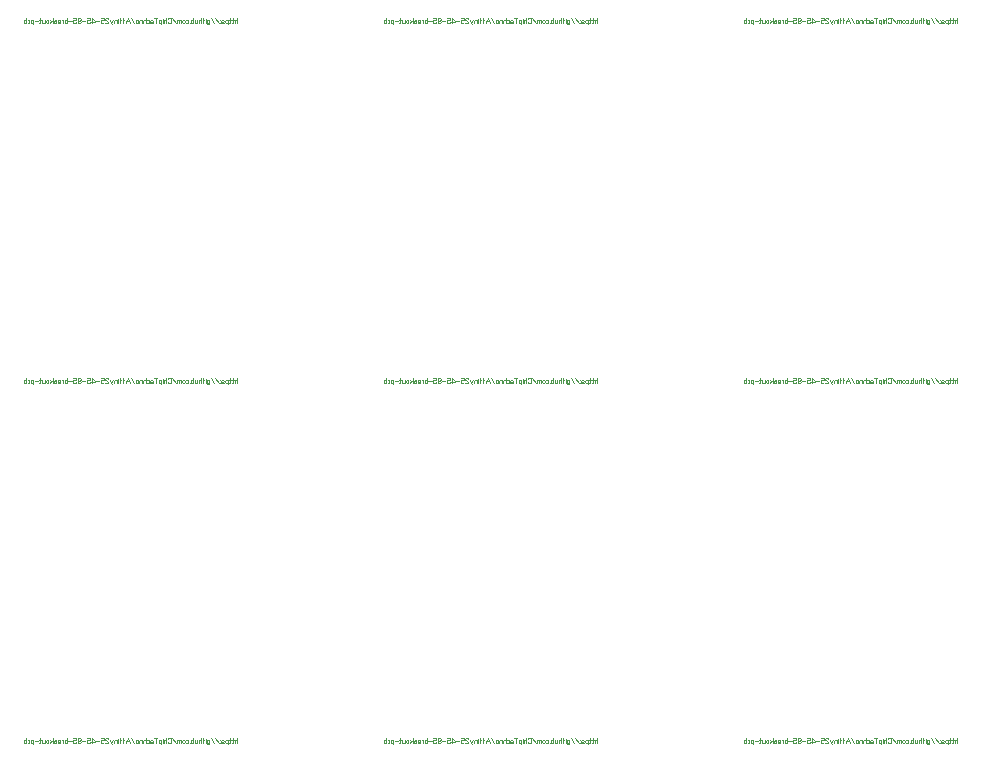
<source format=gbr>
%FSLAX34Y34*%
%MOMM*%
%LNSILK_BOTTOM*%
G71*
G01*
%ADD10C, 0.056*%
%LPD*%
G54D10*
X250825Y968375D02*
X250825Y972819D01*
G54D10*
X250825Y970153D02*
X250492Y970708D01*
X249825Y970875D01*
X249158Y970708D01*
X248825Y970153D01*
X248825Y968375D01*
G54D10*
X246936Y972819D02*
X246936Y968653D01*
X246603Y968375D01*
X246270Y968486D01*
G54D10*
X247603Y970875D02*
X246270Y970875D01*
G54D10*
X244381Y972819D02*
X244381Y968653D01*
X244048Y968375D01*
X243715Y968486D01*
G54D10*
X245048Y970875D02*
X243715Y970875D01*
G54D10*
X242493Y970875D02*
X242493Y967264D01*
G54D10*
X242493Y969208D02*
X242160Y968486D01*
X241493Y968375D01*
X240826Y968486D01*
X240493Y969042D01*
X240493Y970153D01*
X240826Y970708D01*
X241493Y970875D01*
X242160Y970708D01*
X242493Y970042D01*
G54D10*
X239271Y968653D02*
X238604Y968375D01*
X237938Y968375D01*
X237271Y968653D01*
X237271Y969208D01*
X237604Y969486D01*
X238938Y969764D01*
X239271Y970042D01*
X239271Y970597D01*
X238604Y970875D01*
X237938Y970875D01*
X237271Y970597D01*
G54D10*
X236049Y968375D02*
X236049Y968375D01*
G54D10*
X236049Y970875D02*
X236049Y970875D01*
G54D10*
X234827Y968375D02*
X232160Y972819D01*
G54D10*
X230938Y968375D02*
X228271Y972819D01*
G54D10*
X227049Y967542D02*
X226382Y967264D01*
X225916Y967264D01*
X225249Y967542D01*
X225049Y968097D01*
X225049Y970875D01*
G54D10*
X225049Y970153D02*
X225382Y970708D01*
X226049Y970875D01*
X226716Y970708D01*
X227049Y970153D01*
X227049Y969042D01*
X226716Y968486D01*
X226049Y968375D01*
X225382Y968486D01*
X225049Y969042D01*
G54D10*
X223827Y968375D02*
X223827Y970875D01*
G54D10*
X223827Y971708D02*
X223827Y971708D01*
G54D10*
X221938Y972819D02*
X221938Y968653D01*
X221605Y968375D01*
X221272Y968486D01*
G54D10*
X222605Y970875D02*
X221272Y970875D01*
G54D10*
X220050Y968375D02*
X220050Y972819D01*
G54D10*
X220050Y970153D02*
X219717Y970708D01*
X219050Y970875D01*
X218383Y970708D01*
X218050Y970153D01*
X218050Y968375D01*
G54D10*
X214828Y970875D02*
X214828Y968375D01*
G54D10*
X214828Y968931D02*
X215161Y968486D01*
X215828Y968375D01*
X216495Y968486D01*
X216828Y968931D01*
X216828Y970875D01*
G54D10*
X213606Y968375D02*
X213606Y972819D01*
G54D10*
X213606Y970153D02*
X213273Y970708D01*
X212606Y970875D01*
X211939Y970708D01*
X211606Y970153D01*
X211606Y969042D01*
X211939Y968486D01*
X212606Y968375D01*
X213273Y968486D01*
X213606Y969042D01*
G54D10*
X210384Y968375D02*
X210384Y968375D01*
G54D10*
X207495Y970708D02*
X208162Y970875D01*
X208829Y970708D01*
X209162Y970153D01*
X209162Y969042D01*
X208829Y968486D01*
X208162Y968375D01*
X207495Y968486D01*
G54D10*
X204273Y969042D02*
X204273Y970153D01*
X204606Y970708D01*
X205273Y970875D01*
X205940Y970708D01*
X206273Y970153D01*
X206273Y969042D01*
X205940Y968486D01*
X205273Y968375D01*
X204606Y968486D01*
X204273Y969042D01*
G54D10*
X203051Y968375D02*
X203051Y970875D01*
G54D10*
X203051Y970431D02*
X202384Y970875D01*
X201718Y970708D01*
X201384Y970319D01*
X201384Y968375D01*
G54D10*
X201384Y970431D02*
X200718Y970875D01*
X200051Y970708D01*
X199718Y970319D01*
X199718Y968375D01*
G54D10*
X198496Y968375D02*
X195829Y972819D01*
G54D10*
X191940Y969208D02*
X192274Y968653D01*
X192940Y968375D01*
X193607Y968375D01*
X194274Y968653D01*
X194607Y969208D01*
X194607Y971986D01*
X194274Y972542D01*
X193607Y972819D01*
X192940Y972819D01*
X192274Y972542D01*
X191940Y971986D01*
G54D10*
X190718Y968375D02*
X190718Y972819D01*
G54D10*
X190718Y970153D02*
X190385Y970708D01*
X189718Y970875D01*
X189051Y970708D01*
X188718Y970153D01*
X188718Y968375D01*
G54D10*
X187496Y968375D02*
X187496Y970875D01*
G54D10*
X187496Y971708D02*
X187496Y971708D01*
G54D10*
X186274Y970875D02*
X186274Y967264D01*
G54D10*
X186274Y969208D02*
X185941Y968486D01*
X185274Y968375D01*
X184607Y968486D01*
X184274Y969042D01*
X184274Y970153D01*
X184607Y970708D01*
X185274Y970875D01*
X185941Y970708D01*
X186274Y970042D01*
G54D10*
X181719Y968375D02*
X181719Y972819D01*
G54D10*
X183052Y972819D02*
X180385Y972819D01*
G54D10*
X177163Y968653D02*
X177696Y968375D01*
X178363Y968375D01*
X179030Y968653D01*
X179163Y969208D01*
X179163Y970153D01*
X178830Y970708D01*
X178163Y970875D01*
X177496Y970708D01*
X177163Y970319D01*
X177163Y969764D01*
X179163Y969764D01*
G54D10*
X174274Y970708D02*
X174941Y970875D01*
X175608Y970708D01*
X175941Y970153D01*
X175941Y969042D01*
X175608Y968486D01*
X174941Y968375D01*
X174274Y968486D01*
G54D10*
X173052Y968375D02*
X173052Y972819D01*
G54D10*
X173052Y970153D02*
X172719Y970708D01*
X172052Y970875D01*
X171385Y970708D01*
X171052Y970153D01*
X171052Y968375D01*
G54D10*
X169830Y968375D02*
X169830Y970875D01*
G54D10*
X169830Y970319D02*
X169497Y970708D01*
X168830Y970875D01*
X168163Y970708D01*
X167830Y970319D01*
X167830Y968375D01*
G54D10*
X164608Y969042D02*
X164608Y970153D01*
X164941Y970708D01*
X165608Y970875D01*
X166275Y970708D01*
X166608Y970153D01*
X166608Y969042D01*
X166275Y968486D01*
X165608Y968375D01*
X164941Y968486D01*
X164608Y969042D01*
G54D10*
X163386Y968375D02*
X160719Y972819D01*
G54D10*
X159497Y968375D02*
X157830Y972819D01*
X156164Y968375D01*
G54D10*
X158830Y970042D02*
X156830Y970042D01*
G54D10*
X154275Y972819D02*
X154275Y968653D01*
X153942Y968375D01*
X153609Y968486D01*
G54D10*
X154942Y970875D02*
X153609Y970875D01*
G54D10*
X151720Y972819D02*
X151720Y968653D01*
X151387Y968375D01*
X151054Y968486D01*
G54D10*
X152387Y970875D02*
X151054Y970875D01*
G54D10*
X149832Y968375D02*
X149832Y970875D01*
G54D10*
X149832Y971708D02*
X149832Y971708D01*
G54D10*
X148610Y968375D02*
X148610Y970875D01*
G54D10*
X148610Y970319D02*
X148277Y970708D01*
X147610Y970875D01*
X146943Y970708D01*
X146610Y970319D01*
X146610Y968375D01*
G54D10*
X145388Y970875D02*
X144055Y968375D01*
X142721Y970875D01*
G54D10*
X144055Y968375D02*
X144388Y967542D01*
X144721Y967264D01*
X145055Y967264D01*
G54D10*
X138832Y968375D02*
X141499Y968375D01*
X141499Y968653D01*
X141166Y969208D01*
X139166Y970875D01*
X138832Y971431D01*
X138832Y971986D01*
X139166Y972542D01*
X139832Y972819D01*
X140499Y972819D01*
X141166Y972542D01*
X141499Y971986D01*
G54D10*
X134943Y972819D02*
X137610Y972819D01*
X137610Y970875D01*
X137277Y970875D01*
X136610Y971153D01*
X135943Y971153D01*
X135277Y970875D01*
X134943Y970319D01*
X134943Y969208D01*
X135277Y968653D01*
X135943Y968375D01*
X136610Y968375D01*
X137277Y968653D01*
X137610Y969208D01*
G54D10*
X133721Y970319D02*
X131054Y970319D01*
G54D10*
X127832Y968375D02*
X127832Y972819D01*
X129832Y970042D01*
X129832Y969486D01*
X127165Y969486D01*
G54D10*
X123276Y972819D02*
X125943Y972819D01*
X125943Y970875D01*
X125610Y970875D01*
X124943Y971153D01*
X124276Y971153D01*
X123610Y970875D01*
X123276Y970319D01*
X123276Y969208D01*
X123610Y968653D01*
X124276Y968375D01*
X124943Y968375D01*
X125610Y968653D01*
X125943Y969208D01*
G54D10*
X122054Y970319D02*
X119387Y970319D01*
G54D10*
X116498Y970597D02*
X117165Y970597D01*
X117832Y970875D01*
X118165Y971431D01*
X118165Y971986D01*
X117832Y972542D01*
X117165Y972819D01*
X116498Y972819D01*
X115832Y972542D01*
X115498Y971986D01*
X115498Y971431D01*
X115832Y970875D01*
X116498Y970597D01*
X115832Y970319D01*
X115498Y969764D01*
X115498Y969208D01*
X115832Y968653D01*
X116498Y968375D01*
X117165Y968375D01*
X117832Y968653D01*
X118165Y969208D01*
X118165Y969764D01*
X117832Y970319D01*
X117165Y970597D01*
G54D10*
X111609Y972819D02*
X114276Y972819D01*
X114276Y970875D01*
X113943Y970875D01*
X113276Y971153D01*
X112609Y971153D01*
X111943Y970875D01*
X111609Y970319D01*
X111609Y969208D01*
X111943Y968653D01*
X112609Y968375D01*
X113276Y968375D01*
X113943Y968653D01*
X114276Y969208D01*
G54D10*
X110387Y970319D02*
X107720Y970319D01*
G54D10*
X106498Y968375D02*
X106498Y972819D01*
G54D10*
X106498Y970153D02*
X106165Y970708D01*
X105498Y970875D01*
X104831Y970708D01*
X104498Y970153D01*
X104498Y969042D01*
X104831Y968486D01*
X105498Y968375D01*
X106165Y968486D01*
X106498Y969042D01*
G54D10*
X103276Y968375D02*
X103276Y970875D01*
G54D10*
X103276Y970319D02*
X102609Y970875D01*
X101943Y970875D01*
G54D10*
X98721Y968653D02*
X99254Y968375D01*
X99921Y968375D01*
X100588Y968653D01*
X100721Y969208D01*
X100721Y970153D01*
X100388Y970708D01*
X99721Y970875D01*
X99054Y970708D01*
X98721Y970319D01*
X98721Y969764D01*
X100721Y969764D01*
G54D10*
X97499Y970597D02*
X96832Y970875D01*
X96032Y970875D01*
X95499Y970319D01*
X95499Y968375D01*
G54D10*
X95499Y969208D02*
X95832Y969764D01*
X96499Y969875D01*
X97166Y969764D01*
X97499Y969208D01*
X97366Y968653D01*
X96832Y968375D01*
X96499Y968375D01*
X96366Y968375D01*
X95832Y968653D01*
X95499Y969208D01*
G54D10*
X94277Y968375D02*
X94277Y972819D01*
G54D10*
X93277Y970042D02*
X92277Y968375D01*
G54D10*
X94277Y969486D02*
X92277Y970875D01*
G54D10*
X88884Y969042D02*
X88884Y970153D01*
X89218Y970708D01*
X89884Y970875D01*
X90551Y970708D01*
X90884Y970153D01*
X90884Y969042D01*
X90551Y968486D01*
X89884Y968375D01*
X89218Y968486D01*
X88884Y969042D01*
G54D10*
X85662Y970875D02*
X85662Y968375D01*
G54D10*
X85662Y968931D02*
X85996Y968486D01*
X86662Y968375D01*
X87329Y968486D01*
X87662Y968931D01*
X87662Y970875D01*
G54D10*
X83774Y972819D02*
X83774Y968653D01*
X83440Y968375D01*
X83107Y968486D01*
G54D10*
X84440Y970875D02*
X83107Y970875D01*
G54D10*
X81885Y970319D02*
X79219Y970319D01*
G54D10*
X77996Y970875D02*
X77996Y967264D01*
G54D10*
X77996Y969208D02*
X77663Y968486D01*
X76996Y968375D01*
X76330Y968486D01*
X75996Y969042D01*
X75996Y970153D01*
X76330Y970708D01*
X76996Y970875D01*
X77663Y970708D01*
X77996Y970042D01*
G54D10*
X73108Y970708D02*
X73774Y970875D01*
X74441Y970708D01*
X74774Y970153D01*
X74774Y969042D01*
X74441Y968486D01*
X73774Y968375D01*
X73108Y968486D01*
G54D10*
X71885Y968375D02*
X71885Y972819D01*
G54D10*
X71885Y970153D02*
X71552Y970708D01*
X70885Y970875D01*
X70219Y970708D01*
X69885Y970153D01*
X69885Y969042D01*
X70219Y968486D01*
X70885Y968375D01*
X71552Y968486D01*
X71885Y969042D01*
G54D10*
X555625Y968375D02*
X555625Y972819D01*
G54D10*
X555625Y970153D02*
X555292Y970708D01*
X554625Y970875D01*
X553958Y970708D01*
X553625Y970153D01*
X553625Y968375D01*
G54D10*
X551736Y972819D02*
X551736Y968653D01*
X551403Y968375D01*
X551070Y968486D01*
G54D10*
X552403Y970875D02*
X551070Y970875D01*
G54D10*
X549181Y972819D02*
X549181Y968653D01*
X548848Y968375D01*
X548514Y968486D01*
G54D10*
X549848Y970875D02*
X548514Y970875D01*
G54D10*
X547293Y970875D02*
X547293Y967264D01*
G54D10*
X547293Y969208D02*
X546960Y968486D01*
X546293Y968375D01*
X545626Y968486D01*
X545293Y969042D01*
X545293Y970153D01*
X545626Y970708D01*
X546293Y970875D01*
X546960Y970708D01*
X547293Y970042D01*
G54D10*
X544071Y968653D02*
X543404Y968375D01*
X542738Y968375D01*
X542071Y968653D01*
X542071Y969208D01*
X542404Y969486D01*
X543738Y969764D01*
X544071Y970042D01*
X544071Y970597D01*
X543404Y970875D01*
X542738Y970875D01*
X542071Y970597D01*
G54D10*
X540849Y968375D02*
X540849Y968375D01*
G54D10*
X540849Y970875D02*
X540849Y970875D01*
G54D10*
X539627Y968375D02*
X536960Y972819D01*
G54D10*
X535738Y968375D02*
X533071Y972819D01*
G54D10*
X531849Y967542D02*
X531182Y967264D01*
X530716Y967264D01*
X530049Y967542D01*
X529849Y968097D01*
X529849Y970875D01*
G54D10*
X529849Y970153D02*
X530182Y970708D01*
X530849Y970875D01*
X531516Y970708D01*
X531849Y970153D01*
X531849Y969042D01*
X531516Y968486D01*
X530849Y968375D01*
X530182Y968486D01*
X529849Y969042D01*
G54D10*
X528627Y968375D02*
X528627Y970875D01*
G54D10*
X528627Y971708D02*
X528627Y971708D01*
G54D10*
X526738Y972819D02*
X526738Y968653D01*
X526405Y968375D01*
X526072Y968486D01*
G54D10*
X527405Y970875D02*
X526072Y970875D01*
G54D10*
X524850Y968375D02*
X524850Y972819D01*
G54D10*
X524850Y970153D02*
X524516Y970708D01*
X523850Y970875D01*
X523183Y970708D01*
X522850Y970153D01*
X522850Y968375D01*
G54D10*
X519628Y970875D02*
X519628Y968375D01*
G54D10*
X519628Y968931D02*
X519961Y968486D01*
X520628Y968375D01*
X521294Y968486D01*
X521628Y968931D01*
X521628Y970875D01*
G54D10*
X518406Y968375D02*
X518406Y972819D01*
G54D10*
X518406Y970153D02*
X518072Y970708D01*
X517406Y970875D01*
X516739Y970708D01*
X516406Y970153D01*
X516406Y969042D01*
X516739Y968486D01*
X517406Y968375D01*
X518072Y968486D01*
X518406Y969042D01*
G54D10*
X515184Y968375D02*
X515184Y968375D01*
G54D10*
X512295Y970708D02*
X512962Y970875D01*
X513628Y970708D01*
X513962Y970153D01*
X513962Y969042D01*
X513628Y968486D01*
X512962Y968375D01*
X512295Y968486D01*
G54D10*
X509073Y969042D02*
X509073Y970153D01*
X509406Y970708D01*
X510073Y970875D01*
X510740Y970708D01*
X511073Y970153D01*
X511073Y969042D01*
X510740Y968486D01*
X510073Y968375D01*
X509406Y968486D01*
X509073Y969042D01*
G54D10*
X507851Y968375D02*
X507851Y970875D01*
G54D10*
X507851Y970431D02*
X507184Y970875D01*
X506518Y970708D01*
X506184Y970319D01*
X506184Y968375D01*
G54D10*
X506184Y970431D02*
X505518Y970875D01*
X504851Y970708D01*
X504518Y970319D01*
X504518Y968375D01*
G54D10*
X503296Y968375D02*
X500629Y972819D01*
G54D10*
X496740Y969208D02*
X497074Y968653D01*
X497740Y968375D01*
X498407Y968375D01*
X499074Y968653D01*
X499407Y969208D01*
X499407Y971986D01*
X499074Y972542D01*
X498407Y972819D01*
X497740Y972819D01*
X497074Y972542D01*
X496740Y971986D01*
G54D10*
X495518Y968375D02*
X495518Y972819D01*
G54D10*
X495518Y970153D02*
X495185Y970708D01*
X494518Y970875D01*
X493851Y970708D01*
X493518Y970153D01*
X493518Y968375D01*
G54D10*
X492296Y968375D02*
X492296Y970875D01*
G54D10*
X492296Y971708D02*
X492296Y971708D01*
G54D10*
X491074Y970875D02*
X491074Y967264D01*
G54D10*
X491074Y969208D02*
X490741Y968486D01*
X490074Y968375D01*
X489407Y968486D01*
X489074Y969042D01*
X489074Y970153D01*
X489407Y970708D01*
X490074Y970875D01*
X490741Y970708D01*
X491074Y970042D01*
G54D10*
X486519Y968375D02*
X486519Y972819D01*
G54D10*
X487852Y972819D02*
X485185Y972819D01*
G54D10*
X481963Y968653D02*
X482496Y968375D01*
X483163Y968375D01*
X483830Y968653D01*
X483963Y969208D01*
X483963Y970153D01*
X483630Y970708D01*
X482963Y970875D01*
X482296Y970708D01*
X481963Y970319D01*
X481963Y969764D01*
X483963Y969764D01*
G54D10*
X479074Y970708D02*
X479741Y970875D01*
X480408Y970708D01*
X480741Y970153D01*
X480741Y969042D01*
X480408Y968486D01*
X479741Y968375D01*
X479074Y968486D01*
G54D10*
X477852Y968375D02*
X477852Y972819D01*
G54D10*
X477852Y970153D02*
X477519Y970708D01*
X476852Y970875D01*
X476185Y970708D01*
X475852Y970153D01*
X475852Y968375D01*
G54D10*
X474630Y968375D02*
X474630Y970875D01*
G54D10*
X474630Y970319D02*
X474297Y970708D01*
X473630Y970875D01*
X472963Y970708D01*
X472630Y970319D01*
X472630Y968375D01*
G54D10*
X469408Y969042D02*
X469408Y970153D01*
X469741Y970708D01*
X470408Y970875D01*
X471075Y970708D01*
X471408Y970153D01*
X471408Y969042D01*
X471075Y968486D01*
X470408Y968375D01*
X469741Y968486D01*
X469408Y969042D01*
G54D10*
X468186Y968375D02*
X465519Y972819D01*
G54D10*
X464297Y968375D02*
X462630Y972819D01*
X460964Y968375D01*
G54D10*
X463630Y970042D02*
X461630Y970042D01*
G54D10*
X459075Y972819D02*
X459075Y968653D01*
X458742Y968375D01*
X458409Y968486D01*
G54D10*
X459742Y970875D02*
X458409Y970875D01*
G54D10*
X456520Y972819D02*
X456520Y968653D01*
X456187Y968375D01*
X455854Y968486D01*
G54D10*
X457187Y970875D02*
X455854Y970875D01*
G54D10*
X454632Y968375D02*
X454632Y970875D01*
G54D10*
X454632Y971708D02*
X454632Y971708D01*
G54D10*
X453410Y968375D02*
X453410Y970875D01*
G54D10*
X453410Y970319D02*
X453077Y970708D01*
X452410Y970875D01*
X451743Y970708D01*
X451410Y970319D01*
X451410Y968375D01*
G54D10*
X450188Y970875D02*
X448855Y968375D01*
X447521Y970875D01*
G54D10*
X448855Y968375D02*
X449188Y967542D01*
X449521Y967264D01*
X449855Y967264D01*
G54D10*
X443632Y968375D02*
X446299Y968375D01*
X446299Y968653D01*
X445966Y969208D01*
X443966Y970875D01*
X443632Y971431D01*
X443632Y971986D01*
X443966Y972542D01*
X444632Y972819D01*
X445299Y972819D01*
X445966Y972542D01*
X446299Y971986D01*
G54D10*
X439743Y972819D02*
X442410Y972819D01*
X442410Y970875D01*
X442077Y970875D01*
X441410Y971153D01*
X440743Y971153D01*
X440077Y970875D01*
X439743Y970319D01*
X439743Y969208D01*
X440077Y968653D01*
X440743Y968375D01*
X441410Y968375D01*
X442077Y968653D01*
X442410Y969208D01*
G54D10*
X438521Y970319D02*
X435854Y970319D01*
G54D10*
X432632Y968375D02*
X432632Y972819D01*
X434632Y970042D01*
X434632Y969486D01*
X431965Y969486D01*
G54D10*
X428076Y972819D02*
X430743Y972819D01*
X430743Y970875D01*
X430410Y970875D01*
X429743Y971153D01*
X429076Y971153D01*
X428410Y970875D01*
X428076Y970319D01*
X428076Y969208D01*
X428410Y968653D01*
X429076Y968375D01*
X429743Y968375D01*
X430410Y968653D01*
X430743Y969208D01*
G54D10*
X426854Y970319D02*
X424187Y970319D01*
G54D10*
X421298Y970597D02*
X421965Y970597D01*
X422632Y970875D01*
X422965Y971431D01*
X422965Y971986D01*
X422632Y972542D01*
X421965Y972819D01*
X421298Y972819D01*
X420632Y972542D01*
X420298Y971986D01*
X420298Y971431D01*
X420632Y970875D01*
X421298Y970597D01*
X420632Y970319D01*
X420298Y969764D01*
X420298Y969208D01*
X420632Y968653D01*
X421298Y968375D01*
X421965Y968375D01*
X422632Y968653D01*
X422965Y969208D01*
X422965Y969764D01*
X422632Y970319D01*
X421965Y970597D01*
G54D10*
X416409Y972819D02*
X419076Y972819D01*
X419076Y970875D01*
X418743Y970875D01*
X418076Y971153D01*
X417409Y971153D01*
X416743Y970875D01*
X416409Y970319D01*
X416409Y969208D01*
X416743Y968653D01*
X417409Y968375D01*
X418076Y968375D01*
X418743Y968653D01*
X419076Y969208D01*
G54D10*
X415187Y970319D02*
X412520Y970319D01*
G54D10*
X411298Y968375D02*
X411298Y972819D01*
G54D10*
X411298Y970153D02*
X410965Y970708D01*
X410298Y970875D01*
X409631Y970708D01*
X409298Y970153D01*
X409298Y969042D01*
X409631Y968486D01*
X410298Y968375D01*
X410965Y968486D01*
X411298Y969042D01*
G54D10*
X408076Y968375D02*
X408076Y970875D01*
G54D10*
X408076Y970319D02*
X407409Y970875D01*
X406743Y970875D01*
G54D10*
X403521Y968653D02*
X404054Y968375D01*
X404721Y968375D01*
X405388Y968653D01*
X405521Y969208D01*
X405521Y970153D01*
X405188Y970708D01*
X404521Y970875D01*
X403854Y970708D01*
X403521Y970319D01*
X403521Y969764D01*
X405521Y969764D01*
G54D10*
X402299Y970597D02*
X401632Y970875D01*
X400832Y970875D01*
X400299Y970319D01*
X400299Y968375D01*
G54D10*
X400299Y969208D02*
X400632Y969764D01*
X401299Y969875D01*
X401966Y969764D01*
X402299Y969208D01*
X402166Y968653D01*
X401632Y968375D01*
X401299Y968375D01*
X401166Y968375D01*
X400632Y968653D01*
X400299Y969208D01*
G54D10*
X399077Y968375D02*
X399077Y972819D01*
G54D10*
X398077Y970042D02*
X397077Y968375D01*
G54D10*
X399077Y969486D02*
X397077Y970875D01*
G54D10*
X393684Y969042D02*
X393684Y970153D01*
X394018Y970708D01*
X394684Y970875D01*
X395351Y970708D01*
X395684Y970153D01*
X395684Y969042D01*
X395351Y968486D01*
X394684Y968375D01*
X394018Y968486D01*
X393684Y969042D01*
G54D10*
X390462Y970875D02*
X390462Y968375D01*
G54D10*
X390462Y968931D02*
X390796Y968486D01*
X391462Y968375D01*
X392129Y968486D01*
X392462Y968931D01*
X392462Y970875D01*
G54D10*
X388574Y972819D02*
X388574Y968653D01*
X388240Y968375D01*
X387907Y968486D01*
G54D10*
X389240Y970875D02*
X387907Y970875D01*
G54D10*
X386685Y970319D02*
X384019Y970319D01*
G54D10*
X382796Y970875D02*
X382796Y967264D01*
G54D10*
X382796Y969208D02*
X382463Y968486D01*
X381796Y968375D01*
X381130Y968486D01*
X380796Y969042D01*
X380796Y970153D01*
X381130Y970708D01*
X381796Y970875D01*
X382463Y970708D01*
X382796Y970042D01*
G54D10*
X377908Y970708D02*
X378574Y970875D01*
X379241Y970708D01*
X379574Y970153D01*
X379574Y969042D01*
X379241Y968486D01*
X378574Y968375D01*
X377908Y968486D01*
G54D10*
X376685Y968375D02*
X376685Y972819D01*
G54D10*
X376685Y970153D02*
X376352Y970708D01*
X375685Y970875D01*
X375019Y970708D01*
X374685Y970153D01*
X374685Y969042D01*
X375019Y968486D01*
X375685Y968375D01*
X376352Y968486D01*
X376685Y969042D01*
G54D10*
X860425Y968375D02*
X860425Y972819D01*
G54D10*
X860425Y970153D02*
X860092Y970708D01*
X859425Y970875D01*
X858758Y970708D01*
X858425Y970153D01*
X858425Y968375D01*
G54D10*
X856536Y972819D02*
X856536Y968653D01*
X856203Y968375D01*
X855870Y968486D01*
G54D10*
X857203Y970875D02*
X855870Y970875D01*
G54D10*
X853981Y972819D02*
X853981Y968653D01*
X853648Y968375D01*
X853314Y968486D01*
G54D10*
X854648Y970875D02*
X853314Y970875D01*
G54D10*
X852093Y970875D02*
X852093Y967264D01*
G54D10*
X852093Y969208D02*
X851760Y968486D01*
X851093Y968375D01*
X850426Y968486D01*
X850093Y969042D01*
X850093Y970153D01*
X850426Y970708D01*
X851093Y970875D01*
X851760Y970708D01*
X852093Y970042D01*
G54D10*
X848871Y968653D02*
X848204Y968375D01*
X847538Y968375D01*
X846871Y968653D01*
X846871Y969208D01*
X847204Y969486D01*
X848538Y969764D01*
X848871Y970042D01*
X848871Y970597D01*
X848204Y970875D01*
X847538Y970875D01*
X846871Y970597D01*
G54D10*
X845649Y968375D02*
X845649Y968375D01*
G54D10*
X845649Y970875D02*
X845649Y970875D01*
G54D10*
X844427Y968375D02*
X841760Y972819D01*
G54D10*
X840538Y968375D02*
X837871Y972819D01*
G54D10*
X836649Y967542D02*
X835982Y967264D01*
X835516Y967264D01*
X834849Y967542D01*
X834649Y968097D01*
X834649Y970875D01*
G54D10*
X834649Y970153D02*
X834982Y970708D01*
X835649Y970875D01*
X836316Y970708D01*
X836649Y970153D01*
X836649Y969042D01*
X836316Y968486D01*
X835649Y968375D01*
X834982Y968486D01*
X834649Y969042D01*
G54D10*
X833427Y968375D02*
X833427Y970875D01*
G54D10*
X833427Y971708D02*
X833427Y971708D01*
G54D10*
X831538Y972819D02*
X831538Y968653D01*
X831205Y968375D01*
X830872Y968486D01*
G54D10*
X832205Y970875D02*
X830872Y970875D01*
G54D10*
X829650Y968375D02*
X829650Y972819D01*
G54D10*
X829650Y970153D02*
X829316Y970708D01*
X828650Y970875D01*
X827983Y970708D01*
X827650Y970153D01*
X827650Y968375D01*
G54D10*
X824428Y970875D02*
X824428Y968375D01*
G54D10*
X824428Y968931D02*
X824761Y968486D01*
X825428Y968375D01*
X826094Y968486D01*
X826428Y968931D01*
X826428Y970875D01*
G54D10*
X823206Y968375D02*
X823206Y972819D01*
G54D10*
X823206Y970153D02*
X822872Y970708D01*
X822206Y970875D01*
X821539Y970708D01*
X821206Y970153D01*
X821206Y969042D01*
X821539Y968486D01*
X822206Y968375D01*
X822872Y968486D01*
X823206Y969042D01*
G54D10*
X819984Y968375D02*
X819984Y968375D01*
G54D10*
X817095Y970708D02*
X817762Y970875D01*
X818428Y970708D01*
X818762Y970153D01*
X818762Y969042D01*
X818428Y968486D01*
X817762Y968375D01*
X817095Y968486D01*
G54D10*
X813873Y969042D02*
X813873Y970153D01*
X814206Y970708D01*
X814873Y970875D01*
X815540Y970708D01*
X815873Y970153D01*
X815873Y969042D01*
X815540Y968486D01*
X814873Y968375D01*
X814206Y968486D01*
X813873Y969042D01*
G54D10*
X812651Y968375D02*
X812651Y970875D01*
G54D10*
X812651Y970431D02*
X811984Y970875D01*
X811318Y970708D01*
X810984Y970319D01*
X810984Y968375D01*
G54D10*
X810984Y970431D02*
X810318Y970875D01*
X809651Y970708D01*
X809318Y970319D01*
X809318Y968375D01*
G54D10*
X808096Y968375D02*
X805429Y972819D01*
G54D10*
X801540Y969208D02*
X801874Y968653D01*
X802540Y968375D01*
X803207Y968375D01*
X803874Y968653D01*
X804207Y969208D01*
X804207Y971986D01*
X803874Y972542D01*
X803207Y972819D01*
X802540Y972819D01*
X801874Y972542D01*
X801540Y971986D01*
G54D10*
X800318Y968375D02*
X800318Y972819D01*
G54D10*
X800318Y970153D02*
X799985Y970708D01*
X799318Y970875D01*
X798651Y970708D01*
X798318Y970153D01*
X798318Y968375D01*
G54D10*
X797096Y968375D02*
X797096Y970875D01*
G54D10*
X797096Y971708D02*
X797096Y971708D01*
G54D10*
X795874Y970875D02*
X795874Y967264D01*
G54D10*
X795874Y969208D02*
X795541Y968486D01*
X794874Y968375D01*
X794207Y968486D01*
X793874Y969042D01*
X793874Y970153D01*
X794207Y970708D01*
X794874Y970875D01*
X795541Y970708D01*
X795874Y970042D01*
G54D10*
X791318Y968375D02*
X791318Y972819D01*
G54D10*
X792652Y972819D02*
X789985Y972819D01*
G54D10*
X786763Y968653D02*
X787296Y968375D01*
X787963Y968375D01*
X788630Y968653D01*
X788763Y969208D01*
X788763Y970153D01*
X788430Y970708D01*
X787763Y970875D01*
X787096Y970708D01*
X786763Y970319D01*
X786763Y969764D01*
X788763Y969764D01*
G54D10*
X783874Y970708D02*
X784541Y970875D01*
X785208Y970708D01*
X785541Y970153D01*
X785541Y969042D01*
X785208Y968486D01*
X784541Y968375D01*
X783874Y968486D01*
G54D10*
X782652Y968375D02*
X782652Y972819D01*
G54D10*
X782652Y970153D02*
X782318Y970708D01*
X781652Y970875D01*
X780985Y970708D01*
X780652Y970153D01*
X780652Y968375D01*
G54D10*
X779430Y968375D02*
X779430Y970875D01*
G54D10*
X779430Y970319D02*
X779096Y970708D01*
X778430Y970875D01*
X777763Y970708D01*
X777430Y970319D01*
X777430Y968375D01*
G54D10*
X774208Y969042D02*
X774208Y970153D01*
X774541Y970708D01*
X775208Y970875D01*
X775874Y970708D01*
X776208Y970153D01*
X776208Y969042D01*
X775874Y968486D01*
X775208Y968375D01*
X774541Y968486D01*
X774208Y969042D01*
G54D10*
X772986Y968375D02*
X770319Y972819D01*
G54D10*
X769097Y968375D02*
X767430Y972819D01*
X765764Y968375D01*
G54D10*
X768430Y970042D02*
X766430Y970042D01*
G54D10*
X763875Y972819D02*
X763875Y968653D01*
X763542Y968375D01*
X763209Y968486D01*
G54D10*
X764542Y970875D02*
X763209Y970875D01*
G54D10*
X761320Y972819D02*
X761320Y968653D01*
X760987Y968375D01*
X760654Y968486D01*
G54D10*
X761987Y970875D02*
X760654Y970875D01*
G54D10*
X759432Y968375D02*
X759432Y970875D01*
G54D10*
X759432Y971708D02*
X759432Y971708D01*
G54D10*
X758210Y968375D02*
X758210Y970875D01*
G54D10*
X758210Y970319D02*
X757877Y970708D01*
X757210Y970875D01*
X756543Y970708D01*
X756210Y970319D01*
X756210Y968375D01*
G54D10*
X754988Y970875D02*
X753655Y968375D01*
X752321Y970875D01*
G54D10*
X753655Y968375D02*
X753988Y967542D01*
X754321Y967264D01*
X754655Y967264D01*
G54D10*
X748432Y968375D02*
X751099Y968375D01*
X751099Y968653D01*
X750766Y969208D01*
X748766Y970875D01*
X748432Y971431D01*
X748432Y971986D01*
X748766Y972542D01*
X749432Y972819D01*
X750099Y972819D01*
X750766Y972542D01*
X751099Y971986D01*
G54D10*
X744543Y972819D02*
X747210Y972819D01*
X747210Y970875D01*
X746877Y970875D01*
X746210Y971153D01*
X745543Y971153D01*
X744877Y970875D01*
X744543Y970319D01*
X744543Y969208D01*
X744877Y968653D01*
X745543Y968375D01*
X746210Y968375D01*
X746877Y968653D01*
X747210Y969208D01*
G54D10*
X743321Y970319D02*
X740654Y970319D01*
G54D10*
X737432Y968375D02*
X737432Y972819D01*
X739432Y970042D01*
X739432Y969486D01*
X736765Y969486D01*
G54D10*
X732876Y972819D02*
X735543Y972819D01*
X735543Y970875D01*
X735210Y970875D01*
X734543Y971153D01*
X733876Y971153D01*
X733210Y970875D01*
X732876Y970319D01*
X732876Y969208D01*
X733210Y968653D01*
X733876Y968375D01*
X734543Y968375D01*
X735210Y968653D01*
X735543Y969208D01*
G54D10*
X731654Y970319D02*
X728987Y970319D01*
G54D10*
X726098Y970597D02*
X726765Y970597D01*
X727432Y970875D01*
X727765Y971431D01*
X727765Y971986D01*
X727432Y972542D01*
X726765Y972819D01*
X726098Y972819D01*
X725432Y972542D01*
X725098Y971986D01*
X725098Y971431D01*
X725432Y970875D01*
X726098Y970597D01*
X725432Y970319D01*
X725098Y969764D01*
X725098Y969208D01*
X725432Y968653D01*
X726098Y968375D01*
X726765Y968375D01*
X727432Y968653D01*
X727765Y969208D01*
X727765Y969764D01*
X727432Y970319D01*
X726765Y970597D01*
G54D10*
X721209Y972819D02*
X723876Y972819D01*
X723876Y970875D01*
X723543Y970875D01*
X722876Y971153D01*
X722209Y971153D01*
X721543Y970875D01*
X721209Y970319D01*
X721209Y969208D01*
X721543Y968653D01*
X722209Y968375D01*
X722876Y968375D01*
X723543Y968653D01*
X723876Y969208D01*
G54D10*
X719987Y970319D02*
X717320Y970319D01*
G54D10*
X716098Y968375D02*
X716098Y972819D01*
G54D10*
X716098Y970153D02*
X715765Y970708D01*
X715098Y970875D01*
X714431Y970708D01*
X714098Y970153D01*
X714098Y969042D01*
X714431Y968486D01*
X715098Y968375D01*
X715765Y968486D01*
X716098Y969042D01*
G54D10*
X712876Y968375D02*
X712876Y970875D01*
G54D10*
X712876Y970319D02*
X712209Y970875D01*
X711543Y970875D01*
G54D10*
X708321Y968653D02*
X708854Y968375D01*
X709521Y968375D01*
X710188Y968653D01*
X710321Y969208D01*
X710321Y970153D01*
X709988Y970708D01*
X709321Y970875D01*
X708654Y970708D01*
X708321Y970319D01*
X708321Y969764D01*
X710321Y969764D01*
G54D10*
X707099Y970597D02*
X706432Y970875D01*
X705632Y970875D01*
X705099Y970319D01*
X705099Y968375D01*
G54D10*
X705099Y969208D02*
X705432Y969764D01*
X706099Y969875D01*
X706766Y969764D01*
X707099Y969208D01*
X706966Y968653D01*
X706432Y968375D01*
X706099Y968375D01*
X705966Y968375D01*
X705432Y968653D01*
X705099Y969208D01*
G54D10*
X703877Y968375D02*
X703877Y972819D01*
G54D10*
X702877Y970042D02*
X701877Y968375D01*
G54D10*
X703877Y969486D02*
X701877Y970875D01*
G54D10*
X698484Y969042D02*
X698484Y970153D01*
X698818Y970708D01*
X699484Y970875D01*
X700151Y970708D01*
X700484Y970153D01*
X700484Y969042D01*
X700151Y968486D01*
X699484Y968375D01*
X698818Y968486D01*
X698484Y969042D01*
G54D10*
X695262Y970875D02*
X695262Y968375D01*
G54D10*
X695262Y968931D02*
X695596Y968486D01*
X696262Y968375D01*
X696929Y968486D01*
X697262Y968931D01*
X697262Y970875D01*
G54D10*
X693374Y972819D02*
X693374Y968653D01*
X693040Y968375D01*
X692707Y968486D01*
G54D10*
X694040Y970875D02*
X692707Y970875D01*
G54D10*
X691485Y970319D02*
X688819Y970319D01*
G54D10*
X687596Y970875D02*
X687596Y967264D01*
G54D10*
X687596Y969208D02*
X687263Y968486D01*
X686596Y968375D01*
X685930Y968486D01*
X685596Y969042D01*
X685596Y970153D01*
X685930Y970708D01*
X686596Y970875D01*
X687263Y970708D01*
X687596Y970042D01*
G54D10*
X682708Y970708D02*
X683374Y970875D01*
X684041Y970708D01*
X684374Y970153D01*
X684374Y969042D01*
X684041Y968486D01*
X683374Y968375D01*
X682708Y968486D01*
G54D10*
X681485Y968375D02*
X681485Y972819D01*
G54D10*
X681485Y970153D02*
X681152Y970708D01*
X680485Y970875D01*
X679819Y970708D01*
X679485Y970153D01*
X679485Y969042D01*
X679819Y968486D01*
X680485Y968375D01*
X681152Y968486D01*
X681485Y969042D01*
G54D10*
X250825Y663575D02*
X250825Y668019D01*
G54D10*
X250825Y665353D02*
X250492Y665908D01*
X249825Y666075D01*
X249158Y665908D01*
X248825Y665353D01*
X248825Y663575D01*
G54D10*
X246936Y668019D02*
X246936Y663853D01*
X246603Y663575D01*
X246270Y663686D01*
G54D10*
X247603Y666075D02*
X246270Y666075D01*
G54D10*
X244381Y668019D02*
X244381Y663853D01*
X244048Y663575D01*
X243715Y663686D01*
G54D10*
X245048Y666075D02*
X243715Y666075D01*
G54D10*
X242493Y666075D02*
X242493Y662464D01*
G54D10*
X242493Y664408D02*
X242160Y663686D01*
X241493Y663575D01*
X240826Y663686D01*
X240493Y664242D01*
X240493Y665353D01*
X240826Y665908D01*
X241493Y666075D01*
X242160Y665908D01*
X242493Y665242D01*
G54D10*
X239271Y663853D02*
X238604Y663575D01*
X237938Y663575D01*
X237271Y663853D01*
X237271Y664408D01*
X237604Y664686D01*
X238938Y664964D01*
X239271Y665242D01*
X239271Y665797D01*
X238604Y666075D01*
X237938Y666075D01*
X237271Y665797D01*
G54D10*
X236049Y663575D02*
X236049Y663575D01*
G54D10*
X236049Y666075D02*
X236049Y666075D01*
G54D10*
X234827Y663575D02*
X232160Y668019D01*
G54D10*
X230938Y663575D02*
X228271Y668019D01*
G54D10*
X227049Y662742D02*
X226382Y662464D01*
X225916Y662464D01*
X225249Y662742D01*
X225049Y663297D01*
X225049Y666075D01*
G54D10*
X225049Y665353D02*
X225382Y665908D01*
X226049Y666075D01*
X226716Y665908D01*
X227049Y665353D01*
X227049Y664242D01*
X226716Y663686D01*
X226049Y663575D01*
X225382Y663686D01*
X225049Y664242D01*
G54D10*
X223827Y663575D02*
X223827Y666075D01*
G54D10*
X223827Y666908D02*
X223827Y666908D01*
G54D10*
X221938Y668019D02*
X221938Y663853D01*
X221605Y663575D01*
X221272Y663686D01*
G54D10*
X222605Y666075D02*
X221272Y666075D01*
G54D10*
X220050Y663575D02*
X220050Y668019D01*
G54D10*
X220050Y665353D02*
X219717Y665908D01*
X219050Y666075D01*
X218383Y665908D01*
X218050Y665353D01*
X218050Y663575D01*
G54D10*
X214828Y666075D02*
X214828Y663575D01*
G54D10*
X214828Y664131D02*
X215161Y663686D01*
X215828Y663575D01*
X216495Y663686D01*
X216828Y664131D01*
X216828Y666075D01*
G54D10*
X213606Y663575D02*
X213606Y668019D01*
G54D10*
X213606Y665353D02*
X213273Y665908D01*
X212606Y666075D01*
X211939Y665908D01*
X211606Y665353D01*
X211606Y664242D01*
X211939Y663686D01*
X212606Y663575D01*
X213273Y663686D01*
X213606Y664242D01*
G54D10*
X210384Y663575D02*
X210384Y663575D01*
G54D10*
X207495Y665908D02*
X208162Y666075D01*
X208829Y665908D01*
X209162Y665353D01*
X209162Y664242D01*
X208829Y663686D01*
X208162Y663575D01*
X207495Y663686D01*
G54D10*
X204273Y664242D02*
X204273Y665353D01*
X204606Y665908D01*
X205273Y666075D01*
X205940Y665908D01*
X206273Y665353D01*
X206273Y664242D01*
X205940Y663686D01*
X205273Y663575D01*
X204606Y663686D01*
X204273Y664242D01*
G54D10*
X203051Y663575D02*
X203051Y666075D01*
G54D10*
X203051Y665631D02*
X202384Y666075D01*
X201718Y665908D01*
X201384Y665519D01*
X201384Y663575D01*
G54D10*
X201384Y665631D02*
X200718Y666075D01*
X200051Y665908D01*
X199718Y665519D01*
X199718Y663575D01*
G54D10*
X198496Y663575D02*
X195829Y668019D01*
G54D10*
X191940Y664408D02*
X192274Y663853D01*
X192940Y663575D01*
X193607Y663575D01*
X194274Y663853D01*
X194607Y664408D01*
X194607Y667186D01*
X194274Y667742D01*
X193607Y668019D01*
X192940Y668019D01*
X192274Y667742D01*
X191940Y667186D01*
G54D10*
X190718Y663575D02*
X190718Y668019D01*
G54D10*
X190718Y665353D02*
X190385Y665908D01*
X189718Y666075D01*
X189051Y665908D01*
X188718Y665353D01*
X188718Y663575D01*
G54D10*
X187496Y663575D02*
X187496Y666075D01*
G54D10*
X187496Y666908D02*
X187496Y666908D01*
G54D10*
X186274Y666075D02*
X186274Y662464D01*
G54D10*
X186274Y664408D02*
X185941Y663686D01*
X185274Y663575D01*
X184607Y663686D01*
X184274Y664242D01*
X184274Y665353D01*
X184607Y665908D01*
X185274Y666075D01*
X185941Y665908D01*
X186274Y665242D01*
G54D10*
X181719Y663575D02*
X181719Y668019D01*
G54D10*
X183052Y668019D02*
X180385Y668019D01*
G54D10*
X177163Y663853D02*
X177696Y663575D01*
X178363Y663575D01*
X179030Y663853D01*
X179163Y664408D01*
X179163Y665353D01*
X178830Y665908D01*
X178163Y666075D01*
X177496Y665908D01*
X177163Y665519D01*
X177163Y664964D01*
X179163Y664964D01*
G54D10*
X174274Y665908D02*
X174941Y666075D01*
X175608Y665908D01*
X175941Y665353D01*
X175941Y664242D01*
X175608Y663686D01*
X174941Y663575D01*
X174274Y663686D01*
G54D10*
X173052Y663575D02*
X173052Y668019D01*
G54D10*
X173052Y665353D02*
X172719Y665908D01*
X172052Y666075D01*
X171385Y665908D01*
X171052Y665353D01*
X171052Y663575D01*
G54D10*
X169830Y663575D02*
X169830Y666075D01*
G54D10*
X169830Y665519D02*
X169497Y665908D01*
X168830Y666075D01*
X168163Y665908D01*
X167830Y665519D01*
X167830Y663575D01*
G54D10*
X164608Y664242D02*
X164608Y665353D01*
X164941Y665908D01*
X165608Y666075D01*
X166275Y665908D01*
X166608Y665353D01*
X166608Y664242D01*
X166275Y663686D01*
X165608Y663575D01*
X164941Y663686D01*
X164608Y664242D01*
G54D10*
X163386Y663575D02*
X160719Y668019D01*
G54D10*
X159497Y663575D02*
X157830Y668019D01*
X156164Y663575D01*
G54D10*
X158830Y665242D02*
X156830Y665242D01*
G54D10*
X154275Y668019D02*
X154275Y663853D01*
X153942Y663575D01*
X153609Y663686D01*
G54D10*
X154942Y666075D02*
X153609Y666075D01*
G54D10*
X151720Y668019D02*
X151720Y663853D01*
X151387Y663575D01*
X151054Y663686D01*
G54D10*
X152387Y666075D02*
X151054Y666075D01*
G54D10*
X149832Y663575D02*
X149832Y666075D01*
G54D10*
X149832Y666908D02*
X149832Y666908D01*
G54D10*
X148610Y663575D02*
X148610Y666075D01*
G54D10*
X148610Y665519D02*
X148277Y665908D01*
X147610Y666075D01*
X146943Y665908D01*
X146610Y665519D01*
X146610Y663575D01*
G54D10*
X145388Y666075D02*
X144055Y663575D01*
X142721Y666075D01*
G54D10*
X144055Y663575D02*
X144388Y662742D01*
X144721Y662464D01*
X145055Y662464D01*
G54D10*
X138832Y663575D02*
X141499Y663575D01*
X141499Y663853D01*
X141166Y664408D01*
X139166Y666075D01*
X138832Y666631D01*
X138832Y667186D01*
X139166Y667742D01*
X139832Y668019D01*
X140499Y668019D01*
X141166Y667742D01*
X141499Y667186D01*
G54D10*
X134943Y668019D02*
X137610Y668019D01*
X137610Y666075D01*
X137277Y666075D01*
X136610Y666353D01*
X135943Y666353D01*
X135277Y666075D01*
X134943Y665519D01*
X134943Y664408D01*
X135277Y663853D01*
X135943Y663575D01*
X136610Y663575D01*
X137277Y663853D01*
X137610Y664408D01*
G54D10*
X133721Y665519D02*
X131054Y665519D01*
G54D10*
X127832Y663575D02*
X127832Y668019D01*
X129832Y665242D01*
X129832Y664686D01*
X127165Y664686D01*
G54D10*
X123276Y668019D02*
X125943Y668019D01*
X125943Y666075D01*
X125610Y666075D01*
X124943Y666353D01*
X124276Y666353D01*
X123610Y666075D01*
X123276Y665519D01*
X123276Y664408D01*
X123610Y663853D01*
X124276Y663575D01*
X124943Y663575D01*
X125610Y663853D01*
X125943Y664408D01*
G54D10*
X122054Y665519D02*
X119387Y665519D01*
G54D10*
X116498Y665797D02*
X117165Y665797D01*
X117832Y666075D01*
X118165Y666631D01*
X118165Y667186D01*
X117832Y667742D01*
X117165Y668019D01*
X116498Y668019D01*
X115832Y667742D01*
X115498Y667186D01*
X115498Y666631D01*
X115832Y666075D01*
X116498Y665797D01*
X115832Y665519D01*
X115498Y664964D01*
X115498Y664408D01*
X115832Y663853D01*
X116498Y663575D01*
X117165Y663575D01*
X117832Y663853D01*
X118165Y664408D01*
X118165Y664964D01*
X117832Y665519D01*
X117165Y665797D01*
G54D10*
X111609Y668019D02*
X114276Y668019D01*
X114276Y666075D01*
X113943Y666075D01*
X113276Y666353D01*
X112609Y666353D01*
X111943Y666075D01*
X111609Y665519D01*
X111609Y664408D01*
X111943Y663853D01*
X112609Y663575D01*
X113276Y663575D01*
X113943Y663853D01*
X114276Y664408D01*
G54D10*
X110387Y665519D02*
X107720Y665519D01*
G54D10*
X106498Y663575D02*
X106498Y668019D01*
G54D10*
X106498Y665353D02*
X106165Y665908D01*
X105498Y666075D01*
X104831Y665908D01*
X104498Y665353D01*
X104498Y664242D01*
X104831Y663686D01*
X105498Y663575D01*
X106165Y663686D01*
X106498Y664242D01*
G54D10*
X103276Y663575D02*
X103276Y666075D01*
G54D10*
X103276Y665519D02*
X102609Y666075D01*
X101943Y666075D01*
G54D10*
X98721Y663853D02*
X99254Y663575D01*
X99921Y663575D01*
X100588Y663853D01*
X100721Y664408D01*
X100721Y665353D01*
X100388Y665908D01*
X99721Y666075D01*
X99054Y665908D01*
X98721Y665519D01*
X98721Y664964D01*
X100721Y664964D01*
G54D10*
X97499Y665797D02*
X96832Y666075D01*
X96032Y666075D01*
X95499Y665519D01*
X95499Y663575D01*
G54D10*
X95499Y664408D02*
X95832Y664964D01*
X96499Y665075D01*
X97166Y664964D01*
X97499Y664408D01*
X97366Y663853D01*
X96832Y663575D01*
X96499Y663575D01*
X96366Y663575D01*
X95832Y663853D01*
X95499Y664408D01*
G54D10*
X94277Y663575D02*
X94277Y668019D01*
G54D10*
X93277Y665242D02*
X92277Y663575D01*
G54D10*
X94277Y664686D02*
X92277Y666075D01*
G54D10*
X88884Y664242D02*
X88884Y665353D01*
X89218Y665908D01*
X89884Y666075D01*
X90551Y665908D01*
X90884Y665353D01*
X90884Y664242D01*
X90551Y663686D01*
X89884Y663575D01*
X89218Y663686D01*
X88884Y664242D01*
G54D10*
X85662Y666075D02*
X85662Y663575D01*
G54D10*
X85662Y664131D02*
X85996Y663686D01*
X86662Y663575D01*
X87329Y663686D01*
X87662Y664131D01*
X87662Y666075D01*
G54D10*
X83774Y668019D02*
X83774Y663853D01*
X83440Y663575D01*
X83107Y663686D01*
G54D10*
X84440Y666075D02*
X83107Y666075D01*
G54D10*
X81885Y665519D02*
X79219Y665519D01*
G54D10*
X77996Y666075D02*
X77996Y662464D01*
G54D10*
X77996Y664408D02*
X77663Y663686D01*
X76996Y663575D01*
X76330Y663686D01*
X75996Y664242D01*
X75996Y665353D01*
X76330Y665908D01*
X76996Y666075D01*
X77663Y665908D01*
X77996Y665242D01*
G54D10*
X73108Y665908D02*
X73774Y666075D01*
X74441Y665908D01*
X74774Y665353D01*
X74774Y664242D01*
X74441Y663686D01*
X73774Y663575D01*
X73108Y663686D01*
G54D10*
X71885Y663575D02*
X71885Y668019D01*
G54D10*
X71885Y665353D02*
X71552Y665908D01*
X70885Y666075D01*
X70219Y665908D01*
X69885Y665353D01*
X69885Y664242D01*
X70219Y663686D01*
X70885Y663575D01*
X71552Y663686D01*
X71885Y664242D01*
G54D10*
X555625Y663575D02*
X555625Y668019D01*
G54D10*
X555625Y665353D02*
X555292Y665908D01*
X554625Y666075D01*
X553958Y665908D01*
X553625Y665353D01*
X553625Y663575D01*
G54D10*
X551736Y668019D02*
X551736Y663853D01*
X551403Y663575D01*
X551070Y663686D01*
G54D10*
X552403Y666075D02*
X551070Y666075D01*
G54D10*
X549181Y668019D02*
X549181Y663853D01*
X548848Y663575D01*
X548514Y663686D01*
G54D10*
X549848Y666075D02*
X548514Y666075D01*
G54D10*
X547293Y666075D02*
X547293Y662464D01*
G54D10*
X547293Y664408D02*
X546960Y663686D01*
X546293Y663575D01*
X545626Y663686D01*
X545293Y664242D01*
X545293Y665353D01*
X545626Y665908D01*
X546293Y666075D01*
X546960Y665908D01*
X547293Y665242D01*
G54D10*
X544071Y663853D02*
X543404Y663575D01*
X542738Y663575D01*
X542071Y663853D01*
X542071Y664408D01*
X542404Y664686D01*
X543738Y664964D01*
X544071Y665242D01*
X544071Y665797D01*
X543404Y666075D01*
X542738Y666075D01*
X542071Y665797D01*
G54D10*
X540849Y663575D02*
X540849Y663575D01*
G54D10*
X540849Y666075D02*
X540849Y666075D01*
G54D10*
X539627Y663575D02*
X536960Y668019D01*
G54D10*
X535738Y663575D02*
X533071Y668019D01*
G54D10*
X531849Y662742D02*
X531182Y662464D01*
X530716Y662464D01*
X530049Y662742D01*
X529849Y663297D01*
X529849Y666075D01*
G54D10*
X529849Y665353D02*
X530182Y665908D01*
X530849Y666075D01*
X531516Y665908D01*
X531849Y665353D01*
X531849Y664242D01*
X531516Y663686D01*
X530849Y663575D01*
X530182Y663686D01*
X529849Y664242D01*
G54D10*
X528627Y663575D02*
X528627Y666075D01*
G54D10*
X528627Y666908D02*
X528627Y666908D01*
G54D10*
X526738Y668019D02*
X526738Y663853D01*
X526405Y663575D01*
X526072Y663686D01*
G54D10*
X527405Y666075D02*
X526072Y666075D01*
G54D10*
X524850Y663575D02*
X524850Y668019D01*
G54D10*
X524850Y665353D02*
X524516Y665908D01*
X523850Y666075D01*
X523183Y665908D01*
X522850Y665353D01*
X522850Y663575D01*
G54D10*
X519628Y666075D02*
X519628Y663575D01*
G54D10*
X519628Y664131D02*
X519961Y663686D01*
X520628Y663575D01*
X521294Y663686D01*
X521628Y664131D01*
X521628Y666075D01*
G54D10*
X518406Y663575D02*
X518406Y668019D01*
G54D10*
X518406Y665353D02*
X518072Y665908D01*
X517406Y666075D01*
X516739Y665908D01*
X516406Y665353D01*
X516406Y664242D01*
X516739Y663686D01*
X517406Y663575D01*
X518072Y663686D01*
X518406Y664242D01*
G54D10*
X515184Y663575D02*
X515184Y663575D01*
G54D10*
X512295Y665908D02*
X512962Y666075D01*
X513628Y665908D01*
X513962Y665353D01*
X513962Y664242D01*
X513628Y663686D01*
X512962Y663575D01*
X512295Y663686D01*
G54D10*
X509073Y664242D02*
X509073Y665353D01*
X509406Y665908D01*
X510073Y666075D01*
X510740Y665908D01*
X511073Y665353D01*
X511073Y664242D01*
X510740Y663686D01*
X510073Y663575D01*
X509406Y663686D01*
X509073Y664242D01*
G54D10*
X507851Y663575D02*
X507851Y666075D01*
G54D10*
X507851Y665631D02*
X507184Y666075D01*
X506518Y665908D01*
X506184Y665519D01*
X506184Y663575D01*
G54D10*
X506184Y665631D02*
X505518Y666075D01*
X504851Y665908D01*
X504518Y665519D01*
X504518Y663575D01*
G54D10*
X503296Y663575D02*
X500629Y668019D01*
G54D10*
X496740Y664408D02*
X497074Y663853D01*
X497740Y663575D01*
X498407Y663575D01*
X499074Y663853D01*
X499407Y664408D01*
X499407Y667186D01*
X499074Y667742D01*
X498407Y668019D01*
X497740Y668019D01*
X497074Y667742D01*
X496740Y667186D01*
G54D10*
X495518Y663575D02*
X495518Y668019D01*
G54D10*
X495518Y665353D02*
X495185Y665908D01*
X494518Y666075D01*
X493851Y665908D01*
X493518Y665353D01*
X493518Y663575D01*
G54D10*
X492296Y663575D02*
X492296Y666075D01*
G54D10*
X492296Y666908D02*
X492296Y666908D01*
G54D10*
X491074Y666075D02*
X491074Y662464D01*
G54D10*
X491074Y664408D02*
X490741Y663686D01*
X490074Y663575D01*
X489407Y663686D01*
X489074Y664242D01*
X489074Y665353D01*
X489407Y665908D01*
X490074Y666075D01*
X490741Y665908D01*
X491074Y665242D01*
G54D10*
X486518Y663575D02*
X486518Y668019D01*
G54D10*
X487852Y668019D02*
X485185Y668019D01*
G54D10*
X481963Y663853D02*
X482496Y663575D01*
X483163Y663575D01*
X483830Y663853D01*
X483963Y664408D01*
X483963Y665353D01*
X483630Y665908D01*
X482963Y666075D01*
X482296Y665908D01*
X481963Y665519D01*
X481963Y664964D01*
X483963Y664964D01*
G54D10*
X479074Y665908D02*
X479741Y666075D01*
X480408Y665908D01*
X480741Y665353D01*
X480741Y664242D01*
X480408Y663686D01*
X479741Y663575D01*
X479074Y663686D01*
G54D10*
X477852Y663575D02*
X477852Y668019D01*
G54D10*
X477852Y665353D02*
X477518Y665908D01*
X476852Y666075D01*
X476185Y665908D01*
X475852Y665353D01*
X475852Y663575D01*
G54D10*
X474630Y663575D02*
X474630Y666075D01*
G54D10*
X474630Y665519D02*
X474296Y665908D01*
X473630Y666075D01*
X472963Y665908D01*
X472630Y665519D01*
X472630Y663575D01*
G54D10*
X469408Y664242D02*
X469408Y665353D01*
X469741Y665908D01*
X470408Y666075D01*
X471074Y665908D01*
X471408Y665353D01*
X471408Y664242D01*
X471074Y663686D01*
X470408Y663575D01*
X469741Y663686D01*
X469408Y664242D01*
G54D10*
X468186Y663575D02*
X465519Y668019D01*
G54D10*
X464297Y663575D02*
X462630Y668019D01*
X460964Y663575D01*
G54D10*
X463630Y665242D02*
X461630Y665242D01*
G54D10*
X459075Y668019D02*
X459075Y663853D01*
X458742Y663575D01*
X458409Y663686D01*
G54D10*
X459742Y666075D02*
X458409Y666075D01*
G54D10*
X456520Y668019D02*
X456520Y663853D01*
X456187Y663575D01*
X455854Y663686D01*
G54D10*
X457187Y666075D02*
X455854Y666075D01*
G54D10*
X454632Y663575D02*
X454632Y666075D01*
G54D10*
X454632Y666908D02*
X454632Y666908D01*
G54D10*
X453410Y663575D02*
X453410Y666075D01*
G54D10*
X453410Y665519D02*
X453077Y665908D01*
X452410Y666075D01*
X451743Y665908D01*
X451410Y665519D01*
X451410Y663575D01*
G54D10*
X450188Y666075D02*
X448855Y663575D01*
X447521Y666075D01*
G54D10*
X448855Y663575D02*
X449188Y662742D01*
X449521Y662464D01*
X449855Y662464D01*
G54D10*
X443632Y663575D02*
X446299Y663575D01*
X446299Y663853D01*
X445966Y664408D01*
X443966Y666075D01*
X443632Y666631D01*
X443632Y667186D01*
X443966Y667742D01*
X444632Y668019D01*
X445299Y668019D01*
X445966Y667742D01*
X446299Y667186D01*
G54D10*
X439743Y668019D02*
X442410Y668019D01*
X442410Y666075D01*
X442077Y666075D01*
X441410Y666353D01*
X440743Y666353D01*
X440077Y666075D01*
X439743Y665519D01*
X439743Y664408D01*
X440077Y663853D01*
X440743Y663575D01*
X441410Y663575D01*
X442077Y663853D01*
X442410Y664408D01*
G54D10*
X438521Y665519D02*
X435854Y665519D01*
G54D10*
X432632Y663575D02*
X432632Y668019D01*
X434632Y665242D01*
X434632Y664686D01*
X431965Y664686D01*
G54D10*
X428076Y668019D02*
X430743Y668019D01*
X430743Y666075D01*
X430410Y666075D01*
X429743Y666353D01*
X429076Y666353D01*
X428410Y666075D01*
X428076Y665519D01*
X428076Y664408D01*
X428410Y663853D01*
X429076Y663575D01*
X429743Y663575D01*
X430410Y663853D01*
X430743Y664408D01*
G54D10*
X426854Y665519D02*
X424187Y665519D01*
G54D10*
X421298Y665797D02*
X421965Y665797D01*
X422632Y666075D01*
X422965Y666631D01*
X422965Y667186D01*
X422632Y667742D01*
X421965Y668019D01*
X421298Y668019D01*
X420632Y667742D01*
X420298Y667186D01*
X420298Y666631D01*
X420632Y666075D01*
X421298Y665797D01*
X420632Y665519D01*
X420298Y664964D01*
X420298Y664408D01*
X420632Y663853D01*
X421298Y663575D01*
X421965Y663575D01*
X422632Y663853D01*
X422965Y664408D01*
X422965Y664964D01*
X422632Y665519D01*
X421965Y665797D01*
G54D10*
X416409Y668019D02*
X419076Y668019D01*
X419076Y666075D01*
X418743Y666075D01*
X418076Y666353D01*
X417409Y666353D01*
X416743Y666075D01*
X416409Y665519D01*
X416409Y664408D01*
X416743Y663853D01*
X417409Y663575D01*
X418076Y663575D01*
X418743Y663853D01*
X419076Y664408D01*
G54D10*
X415187Y665519D02*
X412520Y665519D01*
G54D10*
X411298Y663575D02*
X411298Y668019D01*
G54D10*
X411298Y665353D02*
X410965Y665908D01*
X410298Y666075D01*
X409631Y665908D01*
X409298Y665353D01*
X409298Y664242D01*
X409631Y663686D01*
X410298Y663575D01*
X410965Y663686D01*
X411298Y664242D01*
G54D10*
X408076Y663575D02*
X408076Y666075D01*
G54D10*
X408076Y665519D02*
X407409Y666075D01*
X406743Y666075D01*
G54D10*
X403521Y663853D02*
X404054Y663575D01*
X404721Y663575D01*
X405388Y663853D01*
X405521Y664408D01*
X405521Y665353D01*
X405188Y665908D01*
X404521Y666075D01*
X403854Y665908D01*
X403521Y665519D01*
X403521Y664964D01*
X405521Y664964D01*
G54D10*
X402299Y665797D02*
X401632Y666075D01*
X400832Y666075D01*
X400299Y665519D01*
X400299Y663575D01*
G54D10*
X400299Y664408D02*
X400632Y664964D01*
X401299Y665075D01*
X401966Y664964D01*
X402299Y664408D01*
X402166Y663853D01*
X401632Y663575D01*
X401299Y663575D01*
X401166Y663575D01*
X400632Y663853D01*
X400299Y664408D01*
G54D10*
X399077Y663575D02*
X399077Y668019D01*
G54D10*
X398077Y665242D02*
X397077Y663575D01*
G54D10*
X399077Y664686D02*
X397077Y666075D01*
G54D10*
X393684Y664242D02*
X393684Y665353D01*
X394018Y665908D01*
X394684Y666075D01*
X395351Y665908D01*
X395684Y665353D01*
X395684Y664242D01*
X395351Y663686D01*
X394684Y663575D01*
X394018Y663686D01*
X393684Y664242D01*
G54D10*
X390462Y666075D02*
X390462Y663575D01*
G54D10*
X390462Y664131D02*
X390796Y663686D01*
X391462Y663575D01*
X392129Y663686D01*
X392462Y664131D01*
X392462Y666075D01*
G54D10*
X388574Y668019D02*
X388574Y663853D01*
X388240Y663575D01*
X387907Y663686D01*
G54D10*
X389240Y666075D02*
X387907Y666075D01*
G54D10*
X386685Y665519D02*
X384019Y665519D01*
G54D10*
X382796Y666075D02*
X382796Y662464D01*
G54D10*
X382796Y664408D02*
X382463Y663686D01*
X381796Y663575D01*
X381130Y663686D01*
X380796Y664242D01*
X380796Y665353D01*
X381130Y665908D01*
X381796Y666075D01*
X382463Y665908D01*
X382796Y665242D01*
G54D10*
X377908Y665908D02*
X378574Y666075D01*
X379241Y665908D01*
X379574Y665353D01*
X379574Y664242D01*
X379241Y663686D01*
X378574Y663575D01*
X377908Y663686D01*
G54D10*
X376685Y663575D02*
X376685Y668019D01*
G54D10*
X376685Y665353D02*
X376352Y665908D01*
X375685Y666075D01*
X375019Y665908D01*
X374685Y665353D01*
X374685Y664242D01*
X375019Y663686D01*
X375685Y663575D01*
X376352Y663686D01*
X376685Y664242D01*
G54D10*
X860425Y663575D02*
X860425Y668019D01*
G54D10*
X860425Y665353D02*
X860092Y665908D01*
X859425Y666075D01*
X858758Y665908D01*
X858425Y665353D01*
X858425Y663575D01*
G54D10*
X856536Y668019D02*
X856536Y663853D01*
X856203Y663575D01*
X855870Y663686D01*
G54D10*
X857203Y666075D02*
X855870Y666075D01*
G54D10*
X853981Y668019D02*
X853981Y663853D01*
X853648Y663575D01*
X853314Y663686D01*
G54D10*
X854648Y666075D02*
X853314Y666075D01*
G54D10*
X852093Y666075D02*
X852093Y662464D01*
G54D10*
X852093Y664408D02*
X851760Y663686D01*
X851093Y663575D01*
X850426Y663686D01*
X850093Y664242D01*
X850093Y665353D01*
X850426Y665908D01*
X851093Y666075D01*
X851760Y665908D01*
X852093Y665242D01*
G54D10*
X848871Y663853D02*
X848204Y663575D01*
X847538Y663575D01*
X846871Y663853D01*
X846871Y664408D01*
X847204Y664686D01*
X848538Y664964D01*
X848871Y665242D01*
X848871Y665797D01*
X848204Y666075D01*
X847538Y666075D01*
X846871Y665797D01*
G54D10*
X845649Y663575D02*
X845649Y663575D01*
G54D10*
X845649Y666075D02*
X845649Y666075D01*
G54D10*
X844427Y663575D02*
X841760Y668019D01*
G54D10*
X840538Y663575D02*
X837871Y668019D01*
G54D10*
X836649Y662742D02*
X835982Y662464D01*
X835516Y662464D01*
X834849Y662742D01*
X834649Y663297D01*
X834649Y666075D01*
G54D10*
X834649Y665353D02*
X834982Y665908D01*
X835649Y666075D01*
X836316Y665908D01*
X836649Y665353D01*
X836649Y664242D01*
X836316Y663686D01*
X835649Y663575D01*
X834982Y663686D01*
X834649Y664242D01*
G54D10*
X833427Y663575D02*
X833427Y666075D01*
G54D10*
X833427Y666908D02*
X833427Y666908D01*
G54D10*
X831538Y668019D02*
X831538Y663853D01*
X831205Y663575D01*
X830872Y663686D01*
G54D10*
X832205Y666075D02*
X830872Y666075D01*
G54D10*
X829650Y663575D02*
X829650Y668019D01*
G54D10*
X829650Y665353D02*
X829316Y665908D01*
X828650Y666075D01*
X827983Y665908D01*
X827650Y665353D01*
X827650Y663575D01*
G54D10*
X824428Y666075D02*
X824428Y663575D01*
G54D10*
X824428Y664131D02*
X824761Y663686D01*
X825428Y663575D01*
X826094Y663686D01*
X826428Y664131D01*
X826428Y666075D01*
G54D10*
X823206Y663575D02*
X823206Y668019D01*
G54D10*
X823206Y665353D02*
X822872Y665908D01*
X822206Y666075D01*
X821539Y665908D01*
X821206Y665353D01*
X821206Y664242D01*
X821539Y663686D01*
X822206Y663575D01*
X822872Y663686D01*
X823206Y664242D01*
G54D10*
X819984Y663575D02*
X819984Y663575D01*
G54D10*
X817095Y665908D02*
X817762Y666075D01*
X818428Y665908D01*
X818762Y665353D01*
X818762Y664242D01*
X818428Y663686D01*
X817762Y663575D01*
X817095Y663686D01*
G54D10*
X813873Y664242D02*
X813873Y665353D01*
X814206Y665908D01*
X814873Y666075D01*
X815540Y665908D01*
X815873Y665353D01*
X815873Y664242D01*
X815540Y663686D01*
X814873Y663575D01*
X814206Y663686D01*
X813873Y664242D01*
G54D10*
X812651Y663575D02*
X812651Y666075D01*
G54D10*
X812651Y665631D02*
X811984Y666075D01*
X811318Y665908D01*
X810984Y665519D01*
X810984Y663575D01*
G54D10*
X810984Y665631D02*
X810318Y666075D01*
X809651Y665908D01*
X809318Y665519D01*
X809318Y663575D01*
G54D10*
X808096Y663575D02*
X805429Y668019D01*
G54D10*
X801540Y664408D02*
X801874Y663853D01*
X802540Y663575D01*
X803207Y663575D01*
X803874Y663853D01*
X804207Y664408D01*
X804207Y667186D01*
X803874Y667742D01*
X803207Y668019D01*
X802540Y668019D01*
X801874Y667742D01*
X801540Y667186D01*
G54D10*
X800318Y663575D02*
X800318Y668019D01*
G54D10*
X800318Y665353D02*
X799985Y665908D01*
X799318Y666075D01*
X798651Y665908D01*
X798318Y665353D01*
X798318Y663575D01*
G54D10*
X797096Y663575D02*
X797096Y666075D01*
G54D10*
X797096Y666908D02*
X797096Y666908D01*
G54D10*
X795874Y666075D02*
X795874Y662464D01*
G54D10*
X795874Y664408D02*
X795541Y663686D01*
X794874Y663575D01*
X794207Y663686D01*
X793874Y664242D01*
X793874Y665353D01*
X794207Y665908D01*
X794874Y666075D01*
X795541Y665908D01*
X795874Y665242D01*
G54D10*
X791318Y663575D02*
X791318Y668019D01*
G54D10*
X792652Y668019D02*
X789985Y668019D01*
G54D10*
X786763Y663853D02*
X787296Y663575D01*
X787963Y663575D01*
X788630Y663853D01*
X788763Y664408D01*
X788763Y665353D01*
X788430Y665908D01*
X787763Y666075D01*
X787096Y665908D01*
X786763Y665519D01*
X786763Y664964D01*
X788763Y664964D01*
G54D10*
X783874Y665908D02*
X784541Y666075D01*
X785208Y665908D01*
X785541Y665353D01*
X785541Y664242D01*
X785208Y663686D01*
X784541Y663575D01*
X783874Y663686D01*
G54D10*
X782652Y663575D02*
X782652Y668019D01*
G54D10*
X782652Y665353D02*
X782318Y665908D01*
X781652Y666075D01*
X780985Y665908D01*
X780652Y665353D01*
X780652Y663575D01*
G54D10*
X779430Y663575D02*
X779430Y666075D01*
G54D10*
X779430Y665519D02*
X779096Y665908D01*
X778430Y666075D01*
X777763Y665908D01*
X777430Y665519D01*
X777430Y663575D01*
G54D10*
X774208Y664242D02*
X774208Y665353D01*
X774541Y665908D01*
X775208Y666075D01*
X775874Y665908D01*
X776208Y665353D01*
X776208Y664242D01*
X775874Y663686D01*
X775208Y663575D01*
X774541Y663686D01*
X774208Y664242D01*
G54D10*
X772986Y663575D02*
X770319Y668019D01*
G54D10*
X769097Y663575D02*
X767430Y668019D01*
X765764Y663575D01*
G54D10*
X768430Y665242D02*
X766430Y665242D01*
G54D10*
X763875Y668019D02*
X763875Y663853D01*
X763542Y663575D01*
X763209Y663686D01*
G54D10*
X764542Y666075D02*
X763209Y666075D01*
G54D10*
X761320Y668019D02*
X761320Y663853D01*
X760987Y663575D01*
X760654Y663686D01*
G54D10*
X761987Y666075D02*
X760654Y666075D01*
G54D10*
X759432Y663575D02*
X759432Y666075D01*
G54D10*
X759432Y666908D02*
X759432Y666908D01*
G54D10*
X758210Y663575D02*
X758210Y666075D01*
G54D10*
X758210Y665519D02*
X757877Y665908D01*
X757210Y666075D01*
X756543Y665908D01*
X756210Y665519D01*
X756210Y663575D01*
G54D10*
X754988Y666075D02*
X753655Y663575D01*
X752321Y666075D01*
G54D10*
X753655Y663575D02*
X753988Y662742D01*
X754321Y662464D01*
X754655Y662464D01*
G54D10*
X748432Y663575D02*
X751099Y663575D01*
X751099Y663853D01*
X750766Y664408D01*
X748766Y666075D01*
X748432Y666631D01*
X748432Y667186D01*
X748766Y667742D01*
X749432Y668019D01*
X750099Y668019D01*
X750766Y667742D01*
X751099Y667186D01*
G54D10*
X744543Y668019D02*
X747210Y668019D01*
X747210Y666075D01*
X746877Y666075D01*
X746210Y666353D01*
X745543Y666353D01*
X744877Y666075D01*
X744543Y665519D01*
X744543Y664408D01*
X744877Y663853D01*
X745543Y663575D01*
X746210Y663575D01*
X746877Y663853D01*
X747210Y664408D01*
G54D10*
X743321Y665519D02*
X740654Y665519D01*
G54D10*
X737432Y663575D02*
X737432Y668019D01*
X739432Y665242D01*
X739432Y664686D01*
X736765Y664686D01*
G54D10*
X732876Y668019D02*
X735543Y668019D01*
X735543Y666075D01*
X735210Y666075D01*
X734543Y666353D01*
X733876Y666353D01*
X733210Y666075D01*
X732876Y665519D01*
X732876Y664408D01*
X733210Y663853D01*
X733876Y663575D01*
X734543Y663575D01*
X735210Y663853D01*
X735543Y664408D01*
G54D10*
X731654Y665519D02*
X728987Y665519D01*
G54D10*
X726098Y665797D02*
X726765Y665797D01*
X727432Y666075D01*
X727765Y666631D01*
X727765Y667186D01*
X727432Y667742D01*
X726765Y668019D01*
X726098Y668019D01*
X725432Y667742D01*
X725098Y667186D01*
X725098Y666631D01*
X725432Y666075D01*
X726098Y665797D01*
X725432Y665519D01*
X725098Y664964D01*
X725098Y664408D01*
X725432Y663853D01*
X726098Y663575D01*
X726765Y663575D01*
X727432Y663853D01*
X727765Y664408D01*
X727765Y664964D01*
X727432Y665519D01*
X726765Y665797D01*
G54D10*
X721209Y668019D02*
X723876Y668019D01*
X723876Y666075D01*
X723543Y666075D01*
X722876Y666353D01*
X722209Y666353D01*
X721543Y666075D01*
X721209Y665519D01*
X721209Y664408D01*
X721543Y663853D01*
X722209Y663575D01*
X722876Y663575D01*
X723543Y663853D01*
X723876Y664408D01*
G54D10*
X719987Y665519D02*
X717320Y665519D01*
G54D10*
X716098Y663575D02*
X716098Y668019D01*
G54D10*
X716098Y665353D02*
X715765Y665908D01*
X715098Y666075D01*
X714431Y665908D01*
X714098Y665353D01*
X714098Y664242D01*
X714431Y663686D01*
X715098Y663575D01*
X715765Y663686D01*
X716098Y664242D01*
G54D10*
X712876Y663575D02*
X712876Y666075D01*
G54D10*
X712876Y665519D02*
X712209Y666075D01*
X711543Y666075D01*
G54D10*
X708321Y663853D02*
X708854Y663575D01*
X709521Y663575D01*
X710188Y663853D01*
X710321Y664408D01*
X710321Y665353D01*
X709988Y665908D01*
X709321Y666075D01*
X708654Y665908D01*
X708321Y665519D01*
X708321Y664964D01*
X710321Y664964D01*
G54D10*
X707099Y665797D02*
X706432Y666075D01*
X705632Y666075D01*
X705099Y665519D01*
X705099Y663575D01*
G54D10*
X705099Y664408D02*
X705432Y664964D01*
X706099Y665075D01*
X706766Y664964D01*
X707099Y664408D01*
X706966Y663853D01*
X706432Y663575D01*
X706099Y663575D01*
X705966Y663575D01*
X705432Y663853D01*
X705099Y664408D01*
G54D10*
X703877Y663575D02*
X703877Y668019D01*
G54D10*
X702877Y665242D02*
X701877Y663575D01*
G54D10*
X703877Y664686D02*
X701877Y666075D01*
G54D10*
X698484Y664242D02*
X698484Y665353D01*
X698818Y665908D01*
X699484Y666075D01*
X700151Y665908D01*
X700484Y665353D01*
X700484Y664242D01*
X700151Y663686D01*
X699484Y663575D01*
X698818Y663686D01*
X698484Y664242D01*
G54D10*
X695262Y666075D02*
X695262Y663575D01*
G54D10*
X695262Y664131D02*
X695596Y663686D01*
X696262Y663575D01*
X696929Y663686D01*
X697262Y664131D01*
X697262Y666075D01*
G54D10*
X693374Y668019D02*
X693374Y663853D01*
X693040Y663575D01*
X692707Y663686D01*
G54D10*
X694040Y666075D02*
X692707Y666075D01*
G54D10*
X691485Y665519D02*
X688819Y665519D01*
G54D10*
X687596Y666075D02*
X687596Y662464D01*
G54D10*
X687596Y664408D02*
X687263Y663686D01*
X686596Y663575D01*
X685930Y663686D01*
X685596Y664242D01*
X685596Y665353D01*
X685930Y665908D01*
X686596Y666075D01*
X687263Y665908D01*
X687596Y665242D01*
G54D10*
X682708Y665908D02*
X683374Y666075D01*
X684041Y665908D01*
X684374Y665353D01*
X684374Y664242D01*
X684041Y663686D01*
X683374Y663575D01*
X682708Y663686D01*
G54D10*
X681485Y663575D02*
X681485Y668019D01*
G54D10*
X681485Y665353D02*
X681152Y665908D01*
X680485Y666075D01*
X679819Y665908D01*
X679485Y665353D01*
X679485Y664242D01*
X679819Y663686D01*
X680485Y663575D01*
X681152Y663686D01*
X681485Y664242D01*
G54D10*
X250825Y358775D02*
X250825Y363219D01*
G54D10*
X250825Y360553D02*
X250492Y361108D01*
X249825Y361275D01*
X249158Y361108D01*
X248825Y360553D01*
X248825Y358775D01*
G54D10*
X246936Y363219D02*
X246936Y359053D01*
X246603Y358775D01*
X246270Y358886D01*
G54D10*
X247603Y361275D02*
X246270Y361275D01*
G54D10*
X244381Y363219D02*
X244381Y359053D01*
X244048Y358775D01*
X243715Y358886D01*
G54D10*
X245048Y361275D02*
X243715Y361275D01*
G54D10*
X242493Y361275D02*
X242493Y357664D01*
G54D10*
X242493Y359608D02*
X242160Y358886D01*
X241493Y358775D01*
X240826Y358886D01*
X240493Y359442D01*
X240493Y360553D01*
X240826Y361108D01*
X241493Y361275D01*
X242160Y361108D01*
X242493Y360442D01*
G54D10*
X239271Y359053D02*
X238604Y358775D01*
X237938Y358775D01*
X237271Y359053D01*
X237271Y359608D01*
X237604Y359886D01*
X238938Y360164D01*
X239271Y360442D01*
X239271Y360997D01*
X238604Y361275D01*
X237938Y361275D01*
X237271Y360997D01*
G54D10*
X236049Y358775D02*
X236049Y358775D01*
G54D10*
X236049Y361275D02*
X236049Y361275D01*
G54D10*
X234827Y358775D02*
X232160Y363219D01*
G54D10*
X230938Y358775D02*
X228271Y363219D01*
G54D10*
X227049Y357942D02*
X226382Y357664D01*
X225916Y357664D01*
X225249Y357942D01*
X225049Y358497D01*
X225049Y361275D01*
G54D10*
X225049Y360553D02*
X225382Y361108D01*
X226049Y361275D01*
X226716Y361108D01*
X227049Y360553D01*
X227049Y359442D01*
X226716Y358886D01*
X226049Y358775D01*
X225382Y358886D01*
X225049Y359442D01*
G54D10*
X223827Y358775D02*
X223827Y361275D01*
G54D10*
X223827Y362108D02*
X223827Y362108D01*
G54D10*
X221938Y363219D02*
X221938Y359053D01*
X221605Y358775D01*
X221272Y358886D01*
G54D10*
X222605Y361275D02*
X221272Y361275D01*
G54D10*
X220050Y358775D02*
X220050Y363219D01*
G54D10*
X220050Y360553D02*
X219717Y361108D01*
X219050Y361275D01*
X218383Y361108D01*
X218050Y360553D01*
X218050Y358775D01*
G54D10*
X214828Y361275D02*
X214828Y358775D01*
G54D10*
X214828Y359331D02*
X215161Y358886D01*
X215828Y358775D01*
X216495Y358886D01*
X216828Y359331D01*
X216828Y361275D01*
G54D10*
X213606Y358775D02*
X213606Y363219D01*
G54D10*
X213606Y360553D02*
X213273Y361108D01*
X212606Y361275D01*
X211939Y361108D01*
X211606Y360553D01*
X211606Y359442D01*
X211939Y358886D01*
X212606Y358775D01*
X213273Y358886D01*
X213606Y359442D01*
G54D10*
X210384Y358775D02*
X210384Y358775D01*
G54D10*
X207495Y361108D02*
X208162Y361275D01*
X208829Y361108D01*
X209162Y360553D01*
X209162Y359442D01*
X208829Y358886D01*
X208162Y358775D01*
X207495Y358886D01*
G54D10*
X204273Y359442D02*
X204273Y360553D01*
X204606Y361108D01*
X205273Y361275D01*
X205940Y361108D01*
X206273Y360553D01*
X206273Y359442D01*
X205940Y358886D01*
X205273Y358775D01*
X204606Y358886D01*
X204273Y359442D01*
G54D10*
X203051Y358775D02*
X203051Y361275D01*
G54D10*
X203051Y360831D02*
X202384Y361275D01*
X201718Y361108D01*
X201384Y360719D01*
X201384Y358775D01*
G54D10*
X201384Y360831D02*
X200718Y361275D01*
X200051Y361108D01*
X199718Y360719D01*
X199718Y358775D01*
G54D10*
X198496Y358775D02*
X195829Y363219D01*
G54D10*
X191940Y359608D02*
X192274Y359053D01*
X192940Y358775D01*
X193607Y358775D01*
X194274Y359053D01*
X194607Y359608D01*
X194607Y362386D01*
X194274Y362942D01*
X193607Y363219D01*
X192940Y363219D01*
X192274Y362942D01*
X191940Y362386D01*
G54D10*
X190718Y358775D02*
X190718Y363219D01*
G54D10*
X190718Y360553D02*
X190385Y361108D01*
X189718Y361275D01*
X189051Y361108D01*
X188718Y360553D01*
X188718Y358775D01*
G54D10*
X187496Y358775D02*
X187496Y361275D01*
G54D10*
X187496Y362108D02*
X187496Y362108D01*
G54D10*
X186274Y361275D02*
X186274Y357664D01*
G54D10*
X186274Y359608D02*
X185941Y358886D01*
X185274Y358775D01*
X184607Y358886D01*
X184274Y359442D01*
X184274Y360553D01*
X184607Y361108D01*
X185274Y361275D01*
X185941Y361108D01*
X186274Y360442D01*
G54D10*
X181719Y358775D02*
X181719Y363219D01*
G54D10*
X183052Y363219D02*
X180385Y363219D01*
G54D10*
X177163Y359053D02*
X177696Y358775D01*
X178363Y358775D01*
X179030Y359053D01*
X179163Y359608D01*
X179163Y360553D01*
X178830Y361108D01*
X178163Y361275D01*
X177496Y361108D01*
X177163Y360719D01*
X177163Y360164D01*
X179163Y360164D01*
G54D10*
X174274Y361108D02*
X174941Y361275D01*
X175608Y361108D01*
X175941Y360553D01*
X175941Y359442D01*
X175608Y358886D01*
X174941Y358775D01*
X174274Y358886D01*
G54D10*
X173052Y358775D02*
X173052Y363219D01*
G54D10*
X173052Y360553D02*
X172719Y361108D01*
X172052Y361275D01*
X171385Y361108D01*
X171052Y360553D01*
X171052Y358775D01*
G54D10*
X169830Y358775D02*
X169830Y361275D01*
G54D10*
X169830Y360719D02*
X169497Y361108D01*
X168830Y361275D01*
X168163Y361108D01*
X167830Y360719D01*
X167830Y358775D01*
G54D10*
X164608Y359442D02*
X164608Y360553D01*
X164941Y361108D01*
X165608Y361275D01*
X166275Y361108D01*
X166608Y360553D01*
X166608Y359442D01*
X166275Y358886D01*
X165608Y358775D01*
X164941Y358886D01*
X164608Y359442D01*
G54D10*
X163386Y358775D02*
X160719Y363219D01*
G54D10*
X159497Y358775D02*
X157830Y363219D01*
X156164Y358775D01*
G54D10*
X158830Y360442D02*
X156830Y360442D01*
G54D10*
X154275Y363219D02*
X154275Y359053D01*
X153942Y358775D01*
X153609Y358886D01*
G54D10*
X154942Y361275D02*
X153609Y361275D01*
G54D10*
X151720Y363219D02*
X151720Y359053D01*
X151387Y358775D01*
X151054Y358886D01*
G54D10*
X152387Y361275D02*
X151054Y361275D01*
G54D10*
X149832Y358775D02*
X149832Y361275D01*
G54D10*
X149832Y362108D02*
X149832Y362108D01*
G54D10*
X148610Y358775D02*
X148610Y361275D01*
G54D10*
X148610Y360719D02*
X148277Y361108D01*
X147610Y361275D01*
X146943Y361108D01*
X146610Y360719D01*
X146610Y358775D01*
G54D10*
X145388Y361275D02*
X144055Y358775D01*
X142721Y361275D01*
G54D10*
X144055Y358775D02*
X144388Y357942D01*
X144721Y357664D01*
X145055Y357664D01*
G54D10*
X138832Y358775D02*
X141499Y358775D01*
X141499Y359053D01*
X141166Y359608D01*
X139166Y361275D01*
X138832Y361831D01*
X138832Y362386D01*
X139166Y362942D01*
X139832Y363219D01*
X140499Y363219D01*
X141166Y362942D01*
X141499Y362386D01*
G54D10*
X134943Y363219D02*
X137610Y363219D01*
X137610Y361275D01*
X137277Y361275D01*
X136610Y361553D01*
X135943Y361553D01*
X135277Y361275D01*
X134943Y360719D01*
X134943Y359608D01*
X135277Y359053D01*
X135943Y358775D01*
X136610Y358775D01*
X137277Y359053D01*
X137610Y359608D01*
G54D10*
X133721Y360719D02*
X131054Y360719D01*
G54D10*
X127832Y358775D02*
X127832Y363219D01*
X129832Y360442D01*
X129832Y359886D01*
X127165Y359886D01*
G54D10*
X123276Y363219D02*
X125943Y363219D01*
X125943Y361275D01*
X125610Y361275D01*
X124943Y361553D01*
X124276Y361553D01*
X123610Y361275D01*
X123276Y360719D01*
X123276Y359608D01*
X123610Y359053D01*
X124276Y358775D01*
X124943Y358775D01*
X125610Y359053D01*
X125943Y359608D01*
G54D10*
X122054Y360719D02*
X119387Y360719D01*
G54D10*
X116498Y360997D02*
X117165Y360997D01*
X117832Y361275D01*
X118165Y361831D01*
X118165Y362386D01*
X117832Y362942D01*
X117165Y363219D01*
X116498Y363219D01*
X115832Y362942D01*
X115498Y362386D01*
X115498Y361831D01*
X115832Y361275D01*
X116498Y360997D01*
X115832Y360719D01*
X115498Y360164D01*
X115498Y359608D01*
X115832Y359053D01*
X116498Y358775D01*
X117165Y358775D01*
X117832Y359053D01*
X118165Y359608D01*
X118165Y360164D01*
X117832Y360719D01*
X117165Y360997D01*
G54D10*
X111609Y363219D02*
X114276Y363219D01*
X114276Y361275D01*
X113943Y361275D01*
X113276Y361553D01*
X112609Y361553D01*
X111943Y361275D01*
X111609Y360719D01*
X111609Y359608D01*
X111943Y359053D01*
X112609Y358775D01*
X113276Y358775D01*
X113943Y359053D01*
X114276Y359608D01*
G54D10*
X110387Y360719D02*
X107720Y360719D01*
G54D10*
X106498Y358775D02*
X106498Y363219D01*
G54D10*
X106498Y360553D02*
X106165Y361108D01*
X105498Y361275D01*
X104831Y361108D01*
X104498Y360553D01*
X104498Y359442D01*
X104831Y358886D01*
X105498Y358775D01*
X106165Y358886D01*
X106498Y359442D01*
G54D10*
X103276Y358775D02*
X103276Y361275D01*
G54D10*
X103276Y360719D02*
X102609Y361275D01*
X101943Y361275D01*
G54D10*
X98721Y359053D02*
X99254Y358775D01*
X99921Y358775D01*
X100588Y359053D01*
X100721Y359608D01*
X100721Y360553D01*
X100388Y361108D01*
X99721Y361275D01*
X99054Y361108D01*
X98721Y360719D01*
X98721Y360164D01*
X100721Y360164D01*
G54D10*
X97499Y360997D02*
X96832Y361275D01*
X96032Y361275D01*
X95499Y360719D01*
X95499Y358775D01*
G54D10*
X95499Y359608D02*
X95832Y360164D01*
X96499Y360275D01*
X97166Y360164D01*
X97499Y359608D01*
X97366Y359053D01*
X96832Y358775D01*
X96499Y358775D01*
X96366Y358775D01*
X95832Y359053D01*
X95499Y359608D01*
G54D10*
X94277Y358775D02*
X94277Y363219D01*
G54D10*
X93277Y360442D02*
X92277Y358775D01*
G54D10*
X94277Y359886D02*
X92277Y361275D01*
G54D10*
X88884Y359442D02*
X88884Y360553D01*
X89218Y361108D01*
X89884Y361275D01*
X90551Y361108D01*
X90884Y360553D01*
X90884Y359442D01*
X90551Y358886D01*
X89884Y358775D01*
X89218Y358886D01*
X88884Y359442D01*
G54D10*
X85662Y361275D02*
X85662Y358775D01*
G54D10*
X85662Y359331D02*
X85996Y358886D01*
X86662Y358775D01*
X87329Y358886D01*
X87662Y359331D01*
X87662Y361275D01*
G54D10*
X83774Y363219D02*
X83774Y359053D01*
X83440Y358775D01*
X83107Y358886D01*
G54D10*
X84440Y361275D02*
X83107Y361275D01*
G54D10*
X81885Y360719D02*
X79219Y360719D01*
G54D10*
X77996Y361275D02*
X77996Y357664D01*
G54D10*
X77996Y359608D02*
X77663Y358886D01*
X76996Y358775D01*
X76330Y358886D01*
X75996Y359442D01*
X75996Y360553D01*
X76330Y361108D01*
X76996Y361275D01*
X77663Y361108D01*
X77996Y360442D01*
G54D10*
X73108Y361108D02*
X73774Y361275D01*
X74441Y361108D01*
X74774Y360553D01*
X74774Y359442D01*
X74441Y358886D01*
X73774Y358775D01*
X73108Y358886D01*
G54D10*
X71885Y358775D02*
X71885Y363219D01*
G54D10*
X71885Y360553D02*
X71552Y361108D01*
X70885Y361275D01*
X70219Y361108D01*
X69885Y360553D01*
X69885Y359442D01*
X70219Y358886D01*
X70885Y358775D01*
X71552Y358886D01*
X71885Y359442D01*
G54D10*
X555625Y358775D02*
X555625Y363219D01*
G54D10*
X555625Y360553D02*
X555292Y361108D01*
X554625Y361275D01*
X553958Y361108D01*
X553625Y360553D01*
X553625Y358775D01*
G54D10*
X551736Y363219D02*
X551736Y359053D01*
X551403Y358775D01*
X551070Y358886D01*
G54D10*
X552403Y361275D02*
X551070Y361275D01*
G54D10*
X549181Y363219D02*
X549181Y359053D01*
X548848Y358775D01*
X548514Y358886D01*
G54D10*
X549848Y361275D02*
X548514Y361275D01*
G54D10*
X547293Y361275D02*
X547293Y357664D01*
G54D10*
X547293Y359608D02*
X546960Y358886D01*
X546293Y358775D01*
X545626Y358886D01*
X545293Y359442D01*
X545293Y360553D01*
X545626Y361108D01*
X546293Y361275D01*
X546960Y361108D01*
X547293Y360442D01*
G54D10*
X544071Y359053D02*
X543404Y358775D01*
X542738Y358775D01*
X542071Y359053D01*
X542071Y359608D01*
X542404Y359886D01*
X543738Y360164D01*
X544071Y360442D01*
X544071Y360997D01*
X543404Y361275D01*
X542738Y361275D01*
X542071Y360997D01*
G54D10*
X540849Y358775D02*
X540849Y358775D01*
G54D10*
X540849Y361275D02*
X540849Y361275D01*
G54D10*
X539627Y358775D02*
X536960Y363219D01*
G54D10*
X535738Y358775D02*
X533071Y363219D01*
G54D10*
X531849Y357942D02*
X531182Y357664D01*
X530716Y357664D01*
X530049Y357942D01*
X529849Y358497D01*
X529849Y361275D01*
G54D10*
X529849Y360553D02*
X530182Y361108D01*
X530849Y361275D01*
X531516Y361108D01*
X531849Y360553D01*
X531849Y359442D01*
X531516Y358886D01*
X530849Y358775D01*
X530182Y358886D01*
X529849Y359442D01*
G54D10*
X528627Y358775D02*
X528627Y361275D01*
G54D10*
X528627Y362108D02*
X528627Y362108D01*
G54D10*
X526738Y363219D02*
X526738Y359053D01*
X526405Y358775D01*
X526072Y358886D01*
G54D10*
X527405Y361275D02*
X526072Y361275D01*
G54D10*
X524850Y358775D02*
X524850Y363219D01*
G54D10*
X524850Y360553D02*
X524516Y361108D01*
X523850Y361275D01*
X523183Y361108D01*
X522850Y360553D01*
X522850Y358775D01*
G54D10*
X519628Y361275D02*
X519628Y358775D01*
G54D10*
X519628Y359331D02*
X519961Y358886D01*
X520628Y358775D01*
X521294Y358886D01*
X521628Y359331D01*
X521628Y361275D01*
G54D10*
X518406Y358775D02*
X518406Y363219D01*
G54D10*
X518406Y360553D02*
X518072Y361108D01*
X517406Y361275D01*
X516739Y361108D01*
X516406Y360553D01*
X516406Y359442D01*
X516739Y358886D01*
X517406Y358775D01*
X518072Y358886D01*
X518406Y359442D01*
G54D10*
X515184Y358775D02*
X515184Y358775D01*
G54D10*
X512295Y361108D02*
X512962Y361275D01*
X513628Y361108D01*
X513962Y360553D01*
X513962Y359442D01*
X513628Y358886D01*
X512962Y358775D01*
X512295Y358886D01*
G54D10*
X509073Y359442D02*
X509073Y360553D01*
X509406Y361108D01*
X510073Y361275D01*
X510740Y361108D01*
X511073Y360553D01*
X511073Y359442D01*
X510740Y358886D01*
X510073Y358775D01*
X509406Y358886D01*
X509073Y359442D01*
G54D10*
X507851Y358775D02*
X507851Y361275D01*
G54D10*
X507851Y360831D02*
X507184Y361275D01*
X506518Y361108D01*
X506184Y360719D01*
X506184Y358775D01*
G54D10*
X506184Y360831D02*
X505518Y361275D01*
X504851Y361108D01*
X504518Y360719D01*
X504518Y358775D01*
G54D10*
X503296Y358775D02*
X500629Y363219D01*
G54D10*
X496740Y359608D02*
X497074Y359053D01*
X497740Y358775D01*
X498407Y358775D01*
X499074Y359053D01*
X499407Y359608D01*
X499407Y362386D01*
X499074Y362942D01*
X498407Y363219D01*
X497740Y363219D01*
X497074Y362942D01*
X496740Y362386D01*
G54D10*
X495518Y358775D02*
X495518Y363219D01*
G54D10*
X495518Y360553D02*
X495185Y361108D01*
X494518Y361275D01*
X493851Y361108D01*
X493518Y360553D01*
X493518Y358775D01*
G54D10*
X492296Y358775D02*
X492296Y361275D01*
G54D10*
X492296Y362108D02*
X492296Y362108D01*
G54D10*
X491074Y361275D02*
X491074Y357664D01*
G54D10*
X491074Y359608D02*
X490741Y358886D01*
X490074Y358775D01*
X489407Y358886D01*
X489074Y359442D01*
X489074Y360553D01*
X489407Y361108D01*
X490074Y361275D01*
X490741Y361108D01*
X491074Y360442D01*
G54D10*
X486518Y358775D02*
X486518Y363219D01*
G54D10*
X487852Y363219D02*
X485185Y363219D01*
G54D10*
X481963Y359053D02*
X482496Y358775D01*
X483163Y358775D01*
X483830Y359053D01*
X483963Y359608D01*
X483963Y360553D01*
X483630Y361108D01*
X482963Y361275D01*
X482296Y361108D01*
X481963Y360719D01*
X481963Y360164D01*
X483963Y360164D01*
G54D10*
X479074Y361108D02*
X479741Y361275D01*
X480408Y361108D01*
X480741Y360553D01*
X480741Y359442D01*
X480408Y358886D01*
X479741Y358775D01*
X479074Y358886D01*
G54D10*
X477852Y358775D02*
X477852Y363219D01*
G54D10*
X477852Y360553D02*
X477518Y361108D01*
X476852Y361275D01*
X476185Y361108D01*
X475852Y360553D01*
X475852Y358775D01*
G54D10*
X474630Y358775D02*
X474630Y361275D01*
G54D10*
X474630Y360719D02*
X474296Y361108D01*
X473630Y361275D01*
X472963Y361108D01*
X472630Y360719D01*
X472630Y358775D01*
G54D10*
X469408Y359442D02*
X469408Y360553D01*
X469741Y361108D01*
X470408Y361275D01*
X471074Y361108D01*
X471408Y360553D01*
X471408Y359442D01*
X471074Y358886D01*
X470408Y358775D01*
X469741Y358886D01*
X469408Y359442D01*
G54D10*
X468186Y358775D02*
X465519Y363219D01*
G54D10*
X464297Y358775D02*
X462630Y363219D01*
X460964Y358775D01*
G54D10*
X463630Y360442D02*
X461630Y360442D01*
G54D10*
X459075Y363219D02*
X459075Y359053D01*
X458742Y358775D01*
X458409Y358886D01*
G54D10*
X459742Y361275D02*
X458409Y361275D01*
G54D10*
X456520Y363219D02*
X456520Y359053D01*
X456187Y358775D01*
X455854Y358886D01*
G54D10*
X457187Y361275D02*
X455854Y361275D01*
G54D10*
X454632Y358775D02*
X454632Y361275D01*
G54D10*
X454632Y362108D02*
X454632Y362108D01*
G54D10*
X453410Y358775D02*
X453410Y361275D01*
G54D10*
X453410Y360719D02*
X453077Y361108D01*
X452410Y361275D01*
X451743Y361108D01*
X451410Y360719D01*
X451410Y358775D01*
G54D10*
X450188Y361275D02*
X448855Y358775D01*
X447521Y361275D01*
G54D10*
X448855Y358775D02*
X449188Y357942D01*
X449521Y357664D01*
X449855Y357664D01*
G54D10*
X443632Y358775D02*
X446299Y358775D01*
X446299Y359053D01*
X445966Y359608D01*
X443966Y361275D01*
X443632Y361831D01*
X443632Y362386D01*
X443966Y362942D01*
X444632Y363219D01*
X445299Y363219D01*
X445966Y362942D01*
X446299Y362386D01*
G54D10*
X439743Y363219D02*
X442410Y363219D01*
X442410Y361275D01*
X442077Y361275D01*
X441410Y361553D01*
X440743Y361553D01*
X440077Y361275D01*
X439743Y360719D01*
X439743Y359608D01*
X440077Y359053D01*
X440743Y358775D01*
X441410Y358775D01*
X442077Y359053D01*
X442410Y359608D01*
G54D10*
X438521Y360719D02*
X435854Y360719D01*
G54D10*
X432632Y358775D02*
X432632Y363219D01*
X434632Y360442D01*
X434632Y359886D01*
X431965Y359886D01*
G54D10*
X428076Y363219D02*
X430743Y363219D01*
X430743Y361275D01*
X430410Y361275D01*
X429743Y361553D01*
X429076Y361553D01*
X428410Y361275D01*
X428076Y360719D01*
X428076Y359608D01*
X428410Y359053D01*
X429076Y358775D01*
X429743Y358775D01*
X430410Y359053D01*
X430743Y359608D01*
G54D10*
X426854Y360719D02*
X424187Y360719D01*
G54D10*
X421298Y360997D02*
X421965Y360997D01*
X422632Y361275D01*
X422965Y361831D01*
X422965Y362386D01*
X422632Y362942D01*
X421965Y363219D01*
X421298Y363219D01*
X420632Y362942D01*
X420298Y362386D01*
X420298Y361831D01*
X420632Y361275D01*
X421298Y360997D01*
X420632Y360719D01*
X420298Y360164D01*
X420298Y359608D01*
X420632Y359053D01*
X421298Y358775D01*
X421965Y358775D01*
X422632Y359053D01*
X422965Y359608D01*
X422965Y360164D01*
X422632Y360719D01*
X421965Y360997D01*
G54D10*
X416409Y363219D02*
X419076Y363219D01*
X419076Y361275D01*
X418743Y361275D01*
X418076Y361553D01*
X417409Y361553D01*
X416743Y361275D01*
X416409Y360719D01*
X416409Y359608D01*
X416743Y359053D01*
X417409Y358775D01*
X418076Y358775D01*
X418743Y359053D01*
X419076Y359608D01*
G54D10*
X415187Y360719D02*
X412520Y360719D01*
G54D10*
X411298Y358775D02*
X411298Y363219D01*
G54D10*
X411298Y360553D02*
X410965Y361108D01*
X410298Y361275D01*
X409631Y361108D01*
X409298Y360553D01*
X409298Y359442D01*
X409631Y358886D01*
X410298Y358775D01*
X410965Y358886D01*
X411298Y359442D01*
G54D10*
X408076Y358775D02*
X408076Y361275D01*
G54D10*
X408076Y360719D02*
X407409Y361275D01*
X406743Y361275D01*
G54D10*
X403521Y359053D02*
X404054Y358775D01*
X404721Y358775D01*
X405388Y359053D01*
X405521Y359608D01*
X405521Y360553D01*
X405188Y361108D01*
X404521Y361275D01*
X403854Y361108D01*
X403521Y360719D01*
X403521Y360164D01*
X405521Y360164D01*
G54D10*
X402299Y360997D02*
X401632Y361275D01*
X400832Y361275D01*
X400299Y360719D01*
X400299Y358775D01*
G54D10*
X400299Y359608D02*
X400632Y360164D01*
X401299Y360275D01*
X401966Y360164D01*
X402299Y359608D01*
X402166Y359053D01*
X401632Y358775D01*
X401299Y358775D01*
X401166Y358775D01*
X400632Y359053D01*
X400299Y359608D01*
G54D10*
X399077Y358775D02*
X399077Y363219D01*
G54D10*
X398077Y360442D02*
X397077Y358775D01*
G54D10*
X399077Y359886D02*
X397077Y361275D01*
G54D10*
X393684Y359442D02*
X393684Y360553D01*
X394018Y361108D01*
X394684Y361275D01*
X395351Y361108D01*
X395684Y360553D01*
X395684Y359442D01*
X395351Y358886D01*
X394684Y358775D01*
X394018Y358886D01*
X393684Y359442D01*
G54D10*
X390462Y361275D02*
X390462Y358775D01*
G54D10*
X390462Y359331D02*
X390796Y358886D01*
X391462Y358775D01*
X392129Y358886D01*
X392462Y359331D01*
X392462Y361275D01*
G54D10*
X388574Y363219D02*
X388574Y359053D01*
X388240Y358775D01*
X387907Y358886D01*
G54D10*
X389240Y361275D02*
X387907Y361275D01*
G54D10*
X386685Y360719D02*
X384019Y360719D01*
G54D10*
X382796Y361275D02*
X382796Y357664D01*
G54D10*
X382796Y359608D02*
X382463Y358886D01*
X381796Y358775D01*
X381130Y358886D01*
X380796Y359442D01*
X380796Y360553D01*
X381130Y361108D01*
X381796Y361275D01*
X382463Y361108D01*
X382796Y360442D01*
G54D10*
X377908Y361108D02*
X378574Y361275D01*
X379241Y361108D01*
X379574Y360553D01*
X379574Y359442D01*
X379241Y358886D01*
X378574Y358775D01*
X377908Y358886D01*
G54D10*
X376685Y358775D02*
X376685Y363219D01*
G54D10*
X376685Y360553D02*
X376352Y361108D01*
X375685Y361275D01*
X375019Y361108D01*
X374685Y360553D01*
X374685Y359442D01*
X375019Y358886D01*
X375685Y358775D01*
X376352Y358886D01*
X376685Y359442D01*
G54D10*
X860425Y358775D02*
X860425Y363219D01*
G54D10*
X860425Y360553D02*
X860092Y361108D01*
X859425Y361275D01*
X858758Y361108D01*
X858425Y360553D01*
X858425Y358775D01*
G54D10*
X856536Y363219D02*
X856536Y359053D01*
X856203Y358775D01*
X855870Y358886D01*
G54D10*
X857203Y361275D02*
X855870Y361275D01*
G54D10*
X853981Y363219D02*
X853981Y359053D01*
X853648Y358775D01*
X853314Y358886D01*
G54D10*
X854648Y361275D02*
X853314Y361275D01*
G54D10*
X852093Y361275D02*
X852093Y357664D01*
G54D10*
X852093Y359608D02*
X851760Y358886D01*
X851093Y358775D01*
X850426Y358886D01*
X850093Y359442D01*
X850093Y360553D01*
X850426Y361108D01*
X851093Y361275D01*
X851760Y361108D01*
X852093Y360442D01*
G54D10*
X848871Y359053D02*
X848204Y358775D01*
X847538Y358775D01*
X846871Y359053D01*
X846871Y359608D01*
X847204Y359886D01*
X848538Y360164D01*
X848871Y360442D01*
X848871Y360997D01*
X848204Y361275D01*
X847538Y361275D01*
X846871Y360997D01*
G54D10*
X845649Y358775D02*
X845649Y358775D01*
G54D10*
X845649Y361275D02*
X845649Y361275D01*
G54D10*
X844427Y358775D02*
X841760Y363219D01*
G54D10*
X840538Y358775D02*
X837871Y363219D01*
G54D10*
X836649Y357942D02*
X835982Y357664D01*
X835516Y357664D01*
X834849Y357942D01*
X834649Y358497D01*
X834649Y361275D01*
G54D10*
X834649Y360553D02*
X834982Y361108D01*
X835649Y361275D01*
X836316Y361108D01*
X836649Y360553D01*
X836649Y359442D01*
X836316Y358886D01*
X835649Y358775D01*
X834982Y358886D01*
X834649Y359442D01*
G54D10*
X833427Y358775D02*
X833427Y361275D01*
G54D10*
X833427Y362108D02*
X833427Y362108D01*
G54D10*
X831538Y363219D02*
X831538Y359053D01*
X831205Y358775D01*
X830872Y358886D01*
G54D10*
X832205Y361275D02*
X830872Y361275D01*
G54D10*
X829650Y358775D02*
X829650Y363219D01*
G54D10*
X829650Y360553D02*
X829316Y361108D01*
X828650Y361275D01*
X827983Y361108D01*
X827650Y360553D01*
X827650Y358775D01*
G54D10*
X824428Y361275D02*
X824428Y358775D01*
G54D10*
X824428Y359331D02*
X824761Y358886D01*
X825428Y358775D01*
X826094Y358886D01*
X826428Y359331D01*
X826428Y361275D01*
G54D10*
X823206Y358775D02*
X823206Y363219D01*
G54D10*
X823206Y360553D02*
X822872Y361108D01*
X822206Y361275D01*
X821539Y361108D01*
X821206Y360553D01*
X821206Y359442D01*
X821539Y358886D01*
X822206Y358775D01*
X822872Y358886D01*
X823206Y359442D01*
G54D10*
X819984Y358775D02*
X819984Y358775D01*
G54D10*
X817095Y361108D02*
X817762Y361275D01*
X818428Y361108D01*
X818762Y360553D01*
X818762Y359442D01*
X818428Y358886D01*
X817762Y358775D01*
X817095Y358886D01*
G54D10*
X813873Y359442D02*
X813873Y360553D01*
X814206Y361108D01*
X814873Y361275D01*
X815540Y361108D01*
X815873Y360553D01*
X815873Y359442D01*
X815540Y358886D01*
X814873Y358775D01*
X814206Y358886D01*
X813873Y359442D01*
G54D10*
X812651Y358775D02*
X812651Y361275D01*
G54D10*
X812651Y360831D02*
X811984Y361275D01*
X811318Y361108D01*
X810984Y360719D01*
X810984Y358775D01*
G54D10*
X810984Y360831D02*
X810318Y361275D01*
X809651Y361108D01*
X809318Y360719D01*
X809318Y358775D01*
G54D10*
X808096Y358775D02*
X805429Y363219D01*
G54D10*
X801540Y359608D02*
X801874Y359053D01*
X802540Y358775D01*
X803207Y358775D01*
X803874Y359053D01*
X804207Y359608D01*
X804207Y362386D01*
X803874Y362942D01*
X803207Y363219D01*
X802540Y363219D01*
X801874Y362942D01*
X801540Y362386D01*
G54D10*
X800318Y358775D02*
X800318Y363219D01*
G54D10*
X800318Y360553D02*
X799985Y361108D01*
X799318Y361275D01*
X798651Y361108D01*
X798318Y360553D01*
X798318Y358775D01*
G54D10*
X797096Y358775D02*
X797096Y361275D01*
G54D10*
X797096Y362108D02*
X797096Y362108D01*
G54D10*
X795874Y361275D02*
X795874Y357664D01*
G54D10*
X795874Y359608D02*
X795541Y358886D01*
X794874Y358775D01*
X794207Y358886D01*
X793874Y359442D01*
X793874Y360553D01*
X794207Y361108D01*
X794874Y361275D01*
X795541Y361108D01*
X795874Y360442D01*
G54D10*
X791318Y358775D02*
X791318Y363219D01*
G54D10*
X792652Y363219D02*
X789985Y363219D01*
G54D10*
X786763Y359053D02*
X787296Y358775D01*
X787963Y358775D01*
X788630Y359053D01*
X788763Y359608D01*
X788763Y360553D01*
X788430Y361108D01*
X787763Y361275D01*
X787096Y361108D01*
X786763Y360719D01*
X786763Y360164D01*
X788763Y360164D01*
G54D10*
X783874Y361108D02*
X784541Y361275D01*
X785208Y361108D01*
X785541Y360553D01*
X785541Y359442D01*
X785208Y358886D01*
X784541Y358775D01*
X783874Y358886D01*
G54D10*
X782652Y358775D02*
X782652Y363219D01*
G54D10*
X782652Y360553D02*
X782318Y361108D01*
X781652Y361275D01*
X780985Y361108D01*
X780652Y360553D01*
X780652Y358775D01*
G54D10*
X779430Y358775D02*
X779430Y361275D01*
G54D10*
X779430Y360719D02*
X779096Y361108D01*
X778430Y361275D01*
X777763Y361108D01*
X777430Y360719D01*
X777430Y358775D01*
G54D10*
X774208Y359442D02*
X774208Y360553D01*
X774541Y361108D01*
X775208Y361275D01*
X775874Y361108D01*
X776208Y360553D01*
X776208Y359442D01*
X775874Y358886D01*
X775208Y358775D01*
X774541Y358886D01*
X774208Y359442D01*
G54D10*
X772986Y358775D02*
X770319Y363219D01*
G54D10*
X769097Y358775D02*
X767430Y363219D01*
X765764Y358775D01*
G54D10*
X768430Y360442D02*
X766430Y360442D01*
G54D10*
X763875Y363219D02*
X763875Y359053D01*
X763542Y358775D01*
X763209Y358886D01*
G54D10*
X764542Y361275D02*
X763209Y361275D01*
G54D10*
X761320Y363219D02*
X761320Y359053D01*
X760987Y358775D01*
X760654Y358886D01*
G54D10*
X761987Y361275D02*
X760654Y361275D01*
G54D10*
X759432Y358775D02*
X759432Y361275D01*
G54D10*
X759432Y362108D02*
X759432Y362108D01*
G54D10*
X758210Y358775D02*
X758210Y361275D01*
G54D10*
X758210Y360719D02*
X757877Y361108D01*
X757210Y361275D01*
X756543Y361108D01*
X756210Y360719D01*
X756210Y358775D01*
G54D10*
X754988Y361275D02*
X753655Y358775D01*
X752321Y361275D01*
G54D10*
X753655Y358775D02*
X753988Y357942D01*
X754321Y357664D01*
X754655Y357664D01*
G54D10*
X748432Y358775D02*
X751099Y358775D01*
X751099Y359053D01*
X750766Y359608D01*
X748766Y361275D01*
X748432Y361831D01*
X748432Y362386D01*
X748766Y362942D01*
X749432Y363219D01*
X750099Y363219D01*
X750766Y362942D01*
X751099Y362386D01*
G54D10*
X744543Y363219D02*
X747210Y363219D01*
X747210Y361275D01*
X746877Y361275D01*
X746210Y361553D01*
X745543Y361553D01*
X744877Y361275D01*
X744543Y360719D01*
X744543Y359608D01*
X744877Y359053D01*
X745543Y358775D01*
X746210Y358775D01*
X746877Y359053D01*
X747210Y359608D01*
G54D10*
X743321Y360719D02*
X740654Y360719D01*
G54D10*
X737432Y358775D02*
X737432Y363219D01*
X739432Y360442D01*
X739432Y359886D01*
X736765Y359886D01*
G54D10*
X732876Y363219D02*
X735543Y363219D01*
X735543Y361275D01*
X735210Y361275D01*
X734543Y361553D01*
X733876Y361553D01*
X733210Y361275D01*
X732876Y360719D01*
X732876Y359608D01*
X733210Y359053D01*
X733876Y358775D01*
X734543Y358775D01*
X735210Y359053D01*
X735543Y359608D01*
G54D10*
X731654Y360719D02*
X728987Y360719D01*
G54D10*
X726098Y360997D02*
X726765Y360997D01*
X727432Y361275D01*
X727765Y361831D01*
X727765Y362386D01*
X727432Y362942D01*
X726765Y363219D01*
X726098Y363219D01*
X725432Y362942D01*
X725098Y362386D01*
X725098Y361831D01*
X725432Y361275D01*
X726098Y360997D01*
X725432Y360719D01*
X725098Y360164D01*
X725098Y359608D01*
X725432Y359053D01*
X726098Y358775D01*
X726765Y358775D01*
X727432Y359053D01*
X727765Y359608D01*
X727765Y360164D01*
X727432Y360719D01*
X726765Y360997D01*
G54D10*
X721209Y363219D02*
X723876Y363219D01*
X723876Y361275D01*
X723543Y361275D01*
X722876Y361553D01*
X722209Y361553D01*
X721543Y361275D01*
X721209Y360719D01*
X721209Y359608D01*
X721543Y359053D01*
X722209Y358775D01*
X722876Y358775D01*
X723543Y359053D01*
X723876Y359608D01*
G54D10*
X719987Y360719D02*
X717320Y360719D01*
G54D10*
X716098Y358775D02*
X716098Y363219D01*
G54D10*
X716098Y360553D02*
X715765Y361108D01*
X715098Y361275D01*
X714431Y361108D01*
X714098Y360553D01*
X714098Y359442D01*
X714431Y358886D01*
X715098Y358775D01*
X715765Y358886D01*
X716098Y359442D01*
G54D10*
X712876Y358775D02*
X712876Y361275D01*
G54D10*
X712876Y360719D02*
X712209Y361275D01*
X711543Y361275D01*
G54D10*
X708321Y359053D02*
X708854Y358775D01*
X709521Y358775D01*
X710188Y359053D01*
X710321Y359608D01*
X710321Y360553D01*
X709988Y361108D01*
X709321Y361275D01*
X708654Y361108D01*
X708321Y360719D01*
X708321Y360164D01*
X710321Y360164D01*
G54D10*
X707099Y360997D02*
X706432Y361275D01*
X705632Y361275D01*
X705099Y360719D01*
X705099Y358775D01*
G54D10*
X705099Y359608D02*
X705432Y360164D01*
X706099Y360275D01*
X706766Y360164D01*
X707099Y359608D01*
X706966Y359053D01*
X706432Y358775D01*
X706099Y358775D01*
X705966Y358775D01*
X705432Y359053D01*
X705099Y359608D01*
G54D10*
X703877Y358775D02*
X703877Y363219D01*
G54D10*
X702877Y360442D02*
X701877Y358775D01*
G54D10*
X703877Y359886D02*
X701877Y361275D01*
G54D10*
X698484Y359442D02*
X698484Y360553D01*
X698818Y361108D01*
X699484Y361275D01*
X700151Y361108D01*
X700484Y360553D01*
X700484Y359442D01*
X700151Y358886D01*
X699484Y358775D01*
X698818Y358886D01*
X698484Y359442D01*
G54D10*
X695262Y361275D02*
X695262Y358775D01*
G54D10*
X695262Y359331D02*
X695596Y358886D01*
X696262Y358775D01*
X696929Y358886D01*
X697262Y359331D01*
X697262Y361275D01*
G54D10*
X693374Y363219D02*
X693374Y359053D01*
X693040Y358775D01*
X692707Y358886D01*
G54D10*
X694040Y361275D02*
X692707Y361275D01*
G54D10*
X691485Y360719D02*
X688819Y360719D01*
G54D10*
X687596Y361275D02*
X687596Y357664D01*
G54D10*
X687596Y359608D02*
X687263Y358886D01*
X686596Y358775D01*
X685930Y358886D01*
X685596Y359442D01*
X685596Y360553D01*
X685930Y361108D01*
X686596Y361275D01*
X687263Y361108D01*
X687596Y360442D01*
G54D10*
X682708Y361108D02*
X683374Y361275D01*
X684041Y361108D01*
X684374Y360553D01*
X684374Y359442D01*
X684041Y358886D01*
X683374Y358775D01*
X682708Y358886D01*
G54D10*
X681485Y358775D02*
X681485Y363219D01*
G54D10*
X681485Y360553D02*
X681152Y361108D01*
X680485Y361275D01*
X679819Y361108D01*
X679485Y360553D01*
X679485Y359442D01*
X679819Y358886D01*
X680485Y358775D01*
X681152Y358886D01*
X681485Y359442D01*
M02*

</source>
